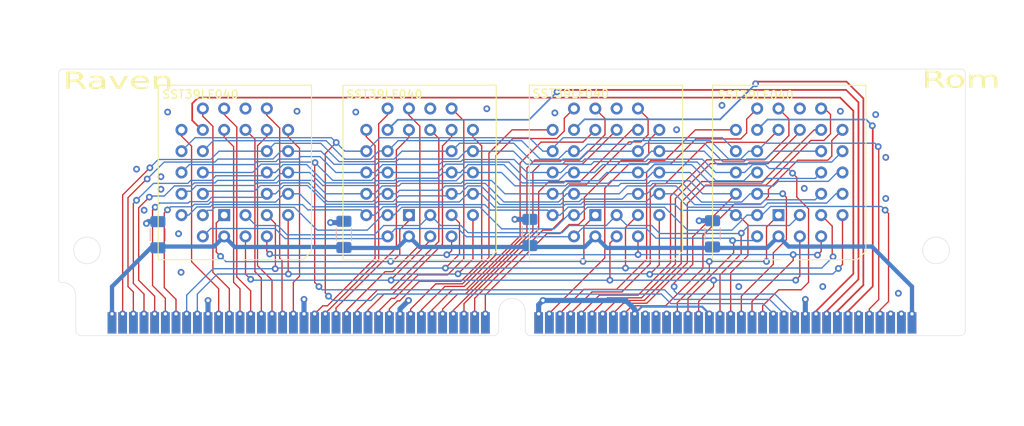
<source format=kicad_pcb>
(kicad_pcb (version 20221018) (generator pcbnew)
  (title_block (title "Raven PLCC ROM") (date "2023") (rev "A0") (company "Licensed under CERN-OHL-P v2") (comment 1 "Anders Granlund"))
  (layers (0 "F.Cu" signal) (1 "In1.Cu" signal) (2 "In2.Cu" signal) (31 "B.Cu" signal) (34 "B.Paste" user) (35 "F.Paste" user) (36 "B.SilkS" user "B.Silkscreen") (37 "F.SilkS" user "F.Silkscreen") (38 "B.Mask" user) (39 "F.Mask" user) (44 "Edge.Cuts" user))
  (net 0 "")
  (net 1 "unconnected-(J1-nc-Pad67)")
  (net 2 "unconnected-(J1-nc-Pad70)")
  (net 3 "unconnected-(J1-nc-Pad71)")
  (net 4 "VCC")
  (net 5 "GND")
  (net 6 "A2")
  (net 7 "A3")
  (net 8 "A4")
  (net 9 "A5")
  (net 10 "A6")
  (net 11 "A7")
  (net 12 "A8")
  (net 13 "A9")
  (net 14 "A10")
  (net 15 "A11")
  (net 16 "A12")
  (net 17 "D31")
  (net 18 "D30")
  (net 19 "D29")
  (net 20 "D28")
  (net 21 "D27")
  (net 22 "D26")
  (net 23 "D25")
  (net 24 "D24")
  (net 25 "D23")
  (net 26 "D22")
  (net 27 "D21")
  (net 28 "D20")
  (net 29 "D19")
  (net 30 "D18")
  (net 31 "D17")
  (net 32 "D16")
  (net 33 "D15")
  (net 34 "D14")
  (net 35 "D13")
  (net 36 "D12")
  (net 37 "D11")
  (net 38 "D10")
  (net 39 "D9")
  (net 40 "D8")
  (net 41 "D7")
  (net 42 "D6")
  (net 43 "D5")
  (net 44 "D4")
  (net 45 "D3")
  (net 46 "D2")
  (net 47 "D1")
  (net 48 "D0")
  (net 49 "unconnected-(J1-A21-Pad47)")
  (net 50 "unconnected-(J1-A20-Pad48)")
  (net 51 "unconnected-(J1-A19-Pad49)")
  (net 52 "A20")
  (net 53 "A19")
  (net 54 "A18")
  (net 55 "A17")
  (net 56 "A16")
  (net 57 "A15")
  (net 58 "A14")
  (net 59 "A13")
  (net 60 "~{BS0}")
  (net 61 "~{BS1}")
  (net 62 "~{BS2}")
  (net 63 "~{BS3}")
  (net 64 "Net-(J1-~{OE})")
  (net 65 "Net-(J1-~{WE})")
  (footprint "68k:SIMM72_edge" (layer "F.Cu") (at 51.0258 102.745)
    (fp_text reference "J1" hide)
    (fp_text value "SIMM72" hide)
    (fp_line (start 0 0) (end 0 6.096) (stroke (width 0.05)) (layer "Edge.Cuts"))
    (fp_line (start 0.254 6.35) (end 0.46 6.354793) (stroke (width 0.05)) (layer "Edge.Cuts"))
    (fp_line (start 2.03 12.065) (end 2.03 7.92) (stroke (width 0.05)) (layer "Edge.Cuts"))
    (fp_line (start 51.7652 12.7) (end 2.665 12.7) (stroke (width 0.05)) (layer "Edge.Cuts"))
    (fp_line (start 52.4002 12.065) (end 52.4002 9.8298) (stroke (width 0.05)) (layer "Edge.Cuts"))
    (fp_line (start 55.5498 12.065) (end 55.5498 9.8298) (stroke (width 0.05)) (layer "Edge.Cuts"))
    (fp_line (start 56.1848 12.7) (end 106.68 12.7) (stroke (width 0.05)) (layer "Edge.Cuts"))
    (fp_line (start 107.315 12.7) (end 106.68 12.7) (stroke (width 0.05)) (layer "Edge.Cuts"))
    (fp_line (start 107.95 0) (end 107.95 11.43) (stroke (width 0.05)) (layer "Edge.Cuts"))
    (fp_line (start 107.95 12.065) (end 107.95 11.43) (stroke (width 0.05)) (layer "Edge.Cuts"))
    (fp_arc (start 0.254 6.35) (mid 0.074395 6.275605) (end 0 6.096) (stroke (width 0.05)) (layer "Edge.Cuts"))
    (fp_arc (start 0.46 6.354793) (mid 1.568464 6.812942) (end 2.03 7.92) (stroke (width 0.05)) (layer "Edge.Cuts"))
    (fp_arc (start 2.665 12.7) (mid 2.215987 12.514013) (end 2.03 12.065) (stroke (width 0.05)) (layer "Edge.Cuts"))
    (fp_arc (start 52.4002 9.8298) (mid 53.975 8.255) (end 55.5498 9.8298) (stroke (width 0.05)) (layer "Edge.Cuts"))
    (fp_arc (start 52.4002 12.065) (mid 52.214213 12.514013) (end 51.7652 12.7) (stroke (width 0.05)) (layer "Edge.Cuts"))
    (fp_arc (start 56.1848 12.7) (mid 55.735787 12.514013) (end 55.5498 12.065) (stroke (width 0.05)) (layer "Edge.Cuts"))
    (fp_arc (start 107.95 12.065) (mid 107.764013 12.514013) (end 107.315 12.7) (stroke (width 0.05)) (layer "Edge.Cuts"))
    (fp_circle (center 3.38 2.54) (end 4.953 2.3114) (stroke (width 0.05)) (fill none) (layer "Edge.Cuts"))
    (fp_circle (center 104.4702 2.54) (end 106.0602 2.54) (stroke (width 0.05)) (fill none) (layer "Edge.Cuts"))
  )
  (footprint "Package_LCC:PLCC-32_THT-Socket" (layer "F.Cu") (at 92.73 101.08 180)
    (fp_text reference "U2" hide)
    (fp_text value "SST39LF040")
  )
  (footprint "Package_LCC:PLCC-32_THT-Socket" (layer "F.Cu") (at 136.73 101.08 180)
    (fp_text reference "U4" hide)
    (fp_text value "SST39LF040")
  )
  (footprint "Package_LCC:PLCC-32_THT-Socket" (layer "F.Cu") (at 70.73 101.08 180)
    (fp_text reference "U1" hide)
    (fp_text value "SST39LF040")
  )
  (footprint "Package_LCC:PLCC-32_THT-Socket" (layer "F.Cu") (at 114.92 101.08 180)
    (fp_text reference "U3" hide)
    (fp_text value "SST39LF040")
  )
  (footprint "Capacitor_SMD:C_1206_3216Metric_Pad1.33x1.80mm_HandSolder" (layer "B.Cu") (at 107.1336 103.1514 90)
    (fp_text reference "C3" hide)
    (fp_text value "0.1uF" hide)
  )
  (footprint "Capacitor_SMD:C_1206_3216Metric_Pad1.33x1.80mm_HandSolder" (layer "B.Cu") (at 84.9848 103.38 90)
    (fp_text reference "C2" hide)
    (fp_text value "0.1uF" hide)
  )
  (footprint "Capacitor_SMD:C_1206_3216Metric_Pad1.33x1.80mm_HandSolder" (layer "B.Cu") (at 128.876 103.3161 90)
    (fp_text reference "C4" hide)
    (fp_text value "0.1uF" hide)
  )
  (footprint "Capacitor_SMD:C_1206_3216Metric_Pad1.33x1.80mm_HandSolder" (layer "B.Cu") (at 62.836 103.4185 90)
    (fp_text reference "C1" hide)
    (fp_text value "0.1uF" hide)
  )
  (gr_arc (start 51.025 84.1776) (mid 51.17379 83.81839) (end 51.533 83.6696) (stroke (width 0.05)) (layer "Edge.Cuts"))
  (gr_arc (start 158.467 83.6696) (mid 158.82621 83.81839) (end 158.975 84.1776) (stroke (width 0.05)) (layer "Edge.Cuts"))
  (gr_line (start 158.975 84.1776) (end 158.9758 102.745) (stroke (width 0.05)) (layer "Edge.Cuts"))
  (gr_line (start 51.025 84.1776) (end 51.0258 102.745) (stroke (width 0.05)) (layer "Edge.Cuts"))
  (gr_line (start 158.467 83.6696) (end 51.533 83.6696) (stroke (width 0.05)) (layer "Edge.Cuts"))
  (gr_text "Rom" (at 153.768 86.235) (layer "F.SilkS") (effects (font (size 2 3)) (justify left bottom)))
  (gr_text "Raven" (at 51.533 86.362) (layer "F.SilkS") (effects (font (size 2 3)) (justify left bottom)))
  (via (at 146.275 112.8542) (size 0.8) (drill 0.4) (layers "F.Cu" "B.Cu") (net 1))
  (via (at 150.085 112.8542) (size 0.8) (drill 0.4) (layers "F.Cu" "B.Cu") (net 2))
  (via (at 151.355 112.8542) (size 0.8) (drill 0.4) (layers "F.Cu" "B.Cu") (net 3))
  (via (at 57.375 112.8542) (size 0.8) (drill 0.4) (layers "F.Cu" "B.Cu") (net 4))
  (via (at 152.625 112.8542) (size 0.8) (drill 0.4) (layers "F.Cu" "B.Cu") (net 4))
  (segment (start 84.9848 104.9933) (end 91.3567 104.9933) (width 0.508) (layer "B.Cu") (net 4))
  (segment (start 116.2866 104.9866) (end 114.92 103.62) (width 0.508) (layer "B.Cu") (net 4))
  (segment (start 93.9886 104.8786) (end 106.9689 104.8786) (width 0.508) (layer "B.Cu") (net 4))
  (segment (start 135.3634 104.9866) (end 116.2866 104.9866) (width 0.508) (layer "B.Cu") (net 4))
  (segment (start 136.73 103.62) (end 137.9378 104.8278) (width 0.508) (layer "B.Cu") (net 4))
  (segment (start 113.6614 104.8786) (end 107.2983 104.8786) (width 0.508) (layer "B.Cu") (net 4))
  (segment (start 136.73 103.62) (end 135.3634 104.9866) (width 0.508) (layer "B.Cu") (net 4))
  (segment (start 147.8498 104.8278) (end 152.625 109.603) (width 0.508) (layer "B.Cu") (net 4))
  (segment (start 91.3567 104.9933) (end 92.73 103.62) (width 0.508) (layer "B.Cu") (net 4))
  (segment (start 57.375 109.603) (end 57.375 112.8542) (width 0.508) (layer "B.Cu") (net 4))
  (segment (start 114.92 103.62) (end 113.6614 104.8786) (width 0.508) (layer "B.Cu") (net 4))
  (segment (start 69.5222 104.8278) (end 62.1502 104.8278) (width 0.508) (layer "B.Cu") (net 4))
  (segment (start 152.625 109.603) (end 152.625 112.8542) (width 0.508) (layer "B.Cu") (net 4))
  (segment (start 70.73 103.62) (end 69.5222 104.8278) (width 0.508) (layer "B.Cu") (net 4))
  (segment (start 92.73 103.62) (end 93.9886 104.8786) (width 0.508) (layer "B.Cu") (net 4))
  (segment (start 71.9886 104.8786) (end 84.8701 104.8786) (width 0.508) (layer "B.Cu") (net 4))
  (segment (start 107.2983 104.8786) (end 107.1336 104.7139) (width 0.508) (layer "B.Cu") (net 4))
  (segment (start 84.8701 104.8786) (end 84.9848 104.9933) (width 0.508) (layer "B.Cu") (net 4))
  (segment (start 106.9689 104.8786) (end 107.1336 104.7139) (width 0.508) (layer "B.Cu") (net 4))
  (segment (start 137.9378 104.8278) (end 147.8498 104.8278) (width 0.508) (layer "B.Cu") (net 4))
  (segment (start 70.73 103.62) (end 71.9886 104.8786) (width 0.508) (layer "B.Cu") (net 4))
  (segment (start 62.1502 104.8278) (end 57.375 109.603) (width 0.508) (layer "B.Cu") (net 4))
  (via (at 61.4745 102.0745) (size 0.8) (drill 0.4) (layers "F.Cu" "B.Cu") (net 5))
  (via (at 127.2766 101.7536) (size 0.8) (drill 0.4) (layers "F.Cu" "B.Cu") (net 5))
  (via (at 128.495 112.8542) (size 0.8) (drill 0.4) (layers "F.Cu" "B.Cu") (net 5))
  (via (at 86.4 88.8) (size 0.8) (drill 0.4) (layers "F.Cu" "B.Cu") (net 5))
  (via (at 68.805 112.8542) (size 0.8) (drill 0.4) (layers "F.Cu" "B.Cu") (net 5))
  (via (at 83.3969 101.9699) (size 0.8) (drill 0.4) (layers "F.Cu" "B.Cu") (net 5))
  (via (at 65.3 103.3) (size 0.8) (drill 0.4) (layers "F.Cu" "B.Cu") (net 5))
  (via (at 63.2 96.5) (size 0.8) (drill 0.4) (layers "F.Cu" "B.Cu") (net 5))
  (via (at 60.3 95.6) (size 0.8) (drill 0.4) (layers "F.Cu" "B.Cu") (net 5))
  (via (at 151 110.4) (size 0.8) (drill 0.4) (layers "F.Cu" "B.Cu") (net 5))
  (via (at 102 88.4) (size 0.8) (drill 0.4) (layers "F.Cu" "B.Cu") (net 5))
  (via (at 149.5 94.2) (size 0.8) (drill 0.4) (layers "F.Cu" "B.Cu") (net 5))
  (via (at 91.665 112.8542) (size 0.8) (drill 0.4) (layers "F.Cu" "B.Cu") (net 5))
  (via (at 80.235 111.127) (size 0.8) (drill 0.4) (layers "F.Cu" "B.Cu") (net 5))
  (via (at 65.6 107.9) (size 0.8) (drill 0.4) (layers "F.Cu" "B.Cu") (net 5))
  (via (at 79.4 88.7) (size 0.8) (drill 0.4) (layers "F.Cu" "B.Cu") (net 5))
  (via (at 63.2 98) (size 0.8) (drill 0.4) (layers "F.Cu" "B.Cu") (net 5))
  (via (at 61.2 100.5) (size 0.8) (drill 0.4) (layers "F.Cu" "B.Cu") (net 5))
  (via (at 108.175 112.8542) (size 0.8) (drill 0.4) (layers "F.Cu" "B.Cu") (net 5))
  (via (at 132 109.6) (size 0.8) (drill 0.4) (layers "F.Cu" "B.Cu") (net 5))
  (via (at 139.8 97.9) (size 0.8) (drill 0.4) (layers "F.Cu" "B.Cu") (net 5))
  (via (at 110.1 88.9) (size 0.8) (drill 0.4) (layers "F.Cu" "B.Cu") (net 5))
  (via (at 108.683 111.254) (size 0.8) (drill 0.4) (layers "F.Cu" "B.Cu") (net 5))
  (via (at 139.925 112.8542) (size 0.8) (drill 0.4) (layers "F.Cu" "B.Cu") (net 5))
  (via (at 149.5 99.1) (size 0.8) (drill 0.4) (layers "F.Cu" "B.Cu") (net 5))
  (via (at 130 88) (size 0.8) (drill 0.4) (layers "F.Cu" "B.Cu") (net 5))
  (via (at 142 109.6) (size 0.8) (drill 0.4) (layers "F.Cu" "B.Cu") (net 5))
  (via (at 124.6 90.9) (size 0.8) (drill 0.4) (layers "F.Cu" "B.Cu") (net 5))
  (via (at 105.3371 101.5889) (size 0.8) (drill 0.4) (layers "F.Cu" "B.Cu") (net 5))
  (via (at 144.1 88.7) (size 0.8) (drill 0.4) (layers "F.Cu" "B.Cu") (net 5))
  (via (at 64 88.8) (size 0.8) (drill 0.4) (layers "F.Cu" "B.Cu") (net 5))
  (via (at 148.3 89.1) (size 0.8) (drill 0.4) (layers "F.Cu" "B.Cu") (net 5))
  (via (at 119.605 112.8542) (size 0.8) (drill 0.4) (layers "F.Cu" "B.Cu") (net 5))
  (via (at 80.235 112.8542) (size 0.8) (drill 0.4) (layers "F.Cu" "B.Cu") (net 5))
  (via (at 68.805 111.254) (size 0.8) (drill 0.4) (layers "F.Cu" "B.Cu") (net 5))
  (via (at 92.681 111.254) (size 0.8) (drill 0.4) (layers "F.Cu" "B.Cu") (net 5))
  (via (at 139.925 111.127) (size 0.8) (drill 0.4) (layers "F.Cu" "B.Cu") (net 5))
  (segment (start 91.665 112.8542) (end 91.665 112.27) (width 0.6096) (layer "B.Cu") (net 5))
  (segment (start 80.235 112.8542) (end 80.235 111.127) (width 0.6096) (layer "B.Cu") (net 5))
  (segment (start 108.175 112.8542) (end 108.175 111.762) (width 0.6096) (layer "B.Cu") (net 5))
  (segment (start 118.554 111.254) (end 119.605 112.305) (width 0.6096) (layer "B.Cu") (net 5))
  (segment (start 91.665 112.27) (end 92.681 111.254) (width 0.6096) (layer "B.Cu") (net 5))
  (segment (start 120.4686 111.9906) (end 119.605 112.8542) (width 0.254) (layer "B.Cu") (net 5))
  (segment (start 61.4745 102.0745) (end 61.693 101.856) (width 0.6096) (layer "B.Cu") (net 5))
  (segment (start 128.876 101.7536) (end 127.2766 101.7536) (width 0.6096) (layer "B.Cu") (net 5))
  (segment (start 128.495 112.8542) (end 127.6314 111.9906) (width 0.254) (layer "B.Cu") (net 5))
  (segment (start 83.3969 101.9699) (end 84.9848 101.9699) (width 0.6096) (layer "B.Cu") (net 5))
  (segment (start 127.6314 111.9906) (end 120.4686 111.9906) (width 0.254) (layer "B.Cu") (net 5))
  (segment (start 105.3371 101.5889) (end 107.1336 101.5889) (width 0.6096) (layer "B.Cu") (net 5))
  (segment (start 139.925 112.8542) (end 139.925 111.127) (width 0.6096) (layer "B.Cu") (net 5))
  (segment (start 68.805 112.8542) (end 68.805 111.254) (width 0.6096) (layer "B.Cu") (net 5))
  (segment (start 119.605 112.305) (end 119.605 112.8542) (width 0.6096) (layer "B.Cu") (net 5))
  (segment (start 108.683 111.254) (end 118.554 111.254) (width 0.6096) (layer "B.Cu") (net 5))
  (segment (start 61.693 101.856) (end 62.836 101.856) (width 0.6096) (layer "B.Cu") (net 5))
  (segment (start 108.175 111.762) (end 108.683 111.254) (width 0.6096) (layer "B.Cu") (net 5))
  (segment (start 61.8835 95.4425) (end 58.645 98.681) (width 0.1524) (layer "F.Cu") (net 6))
  (segment (start 58.645 98.681) (end 58.645 112.8542) (width 0.1524) (layer "F.Cu") (net 6))
  (via (at 61.8835 95.4425) (size 0.8) (drill 0.4) (layers "F.Cu" "B.Cu") (net 6))
  (via (at 58.645 112.8542) (size 0.8) (drill 0.4) (layers "F.Cu" "B.Cu") (net 6))
  (segment (start 88.8456 94.4138) (end 88.5408 94.7186) (width 0.1524) (layer "B.Cu") (net 6))
  (segment (start 113.0658 94.3998) (end 111.0592 94.3998) (width 0.1524) (layer "B.Cu") (net 6))
  (segment (start 107.399 94.7046) (end 105.2032 92.5088) (width 0.1524) (layer "B.Cu") (net 6))
  (segment (start 84.426 94.7186) (end 82.2276 92.5202) (width 0.1524) (layer "B.Cu") (net 6))
  (segment (start 141.81 93.46) (end 136.1544 93.46) (width 0.1524) (layer "B.Cu") (net 6))
  (segment (start 69.1238 94.4506) (end 70.1144 93.46) (width 0.1524) (layer "B.Cu") (net 6))
  (segment (start 136.1544 93.46) (end 135.2146 94.3998) (width 0.1524) (layer "B.Cu") (net 6))
  (segment (start 120.9398 92.5202) (end 120 93.46) (width 0.1524) (layer "B.Cu") (net 6))
  (segment (start 97.81 93.46) (end 91.9076 93.46) (width 0.1524) (layer "B.Cu") (net 6))
  (segment (start 135.2146 94.3998) (end 132.930096 94.3998) (width 0.1524) (layer "B.Cu") (net 6))
  (segment (start 114.0056 93.46) (end 113.0658 94.3998) (width 0.1524) (layer "B.Cu") (net 6))
  (segment (start 76.7498 92.5202) (end 75.81 93.46) (width 0.1524) (layer "B.Cu") (net 6))
  (segment (start 62.8754 94.4506) (end 69.1238 94.4506) (width 0.1524) (layer "B.Cu") (net 6))
  (segment (start 90.9538 94.4138) (end 88.8456 94.4138) (width 0.1524) (layer "B.Cu") (net 6))
  (segment (start 130.1206 94.7186) (end 127.9222 92.5202) (width 0.1524) (layer "B.Cu") (net 6))
  (segment (start 132.930096 94.3998) (end 132.611296 94.7186) (width 0.1524) (layer "B.Cu") (net 6))
  (segment (start 132.611296 94.7186) (end 130.1206 94.7186) (width 0.1524) (layer "B.Cu") (net 6))
  (segment (start 91.9076 93.46) (end 90.9538 94.4138) (width 0.1524) (layer "B.Cu") (net 6))
  (segment (start 70.1144 93.46) (end 75.81 93.46) (width 0.1524) (layer "B.Cu") (net 6))
  (segment (start 82.2276 92.5202) (end 76.7498 92.5202) (width 0.1524) (layer "B.Cu") (net 6))
  (segment (start 61.8835 95.4425) (end 62.8754 94.4506) (width 0.1524) (layer "B.Cu") (net 6))
  (segment (start 110.7544 94.7046) (end 107.399 94.7046) (width 0.1524) (layer "B.Cu") (net 6))
  (segment (start 111.0592 94.3998) (end 110.7544 94.7046) (width 0.1524) (layer "B.Cu") (net 6))
  (segment (start 120 93.46) (end 114.0056 93.46) (width 0.1524) (layer "B.Cu") (net 6))
  (segment (start 88.5408 94.7186) (end 84.426 94.7186) (width 0.1524) (layer "B.Cu") (net 6))
  (segment (start 98.7612 92.5088) (end 97.81 93.46) (width 0.1524) (layer "B.Cu") (net 6))
  (segment (start 105.2032 92.5088) (end 98.7612 92.5088) (width 0.1524) (layer "B.Cu") (net 6))
  (segment (start 127.9222 92.5202) (end 120.9398 92.5202) (width 0.1524) (layer "B.Cu") (net 6))
  (segment (start 59.28 109.603) (end 59.915 110.238) (width 0.1524) (layer "F.Cu") (net 7))
  (segment (start 59.28 98.9985) (end 59.28 109.603) (width 0.1524) (layer "F.Cu") (net 7))
  (segment (start 61.566 96.776) (end 61.5025 96.776) (width 0.1524) (layer "F.Cu") (net 7))
  (segment (start 59.915 110.238) (end 59.915 112.8542) (width 0.1524) (layer "F.Cu") (net 7))
  (segment (start 61.5025 96.776) (end 59.28 98.9985) (width 0.1524) (layer "F.Cu") (net 7))
  (via (at 61.566 96.776) (size 0.8) (drill 0.4) (layers "F.Cu" "B.Cu") (net 7))
  (via (at 59.915 112.8542) (size 0.8) (drill 0.4) (layers "F.Cu" "B.Cu") (net 7))
  (segment (start 83.8164 95.0234) (end 88.8456 95.0234) (width 0.1524) (layer "B.Cu") (net 7))
  (segment (start 127.8714 93.46) (end 129.4716 95.0602) (width 0.1524) (layer "B.Cu") (net 7))
  (segment (start 111.3132 94.7046) (end 113.3706 94.7046) (width 0.1524) (layer "B.Cu") (net 7))
  (segment (start 133.2588 94.7554) (end 143.0546 94.7554) (width 0.1524) (layer "B.Cu") (net 7))
  (segment (start 132.954 95.0602) (end 133.2588 94.7554) (width 0.1524) (layer "B.Cu") (net 7))
  (segment (start 143.0546 94.7554) (end 144.35 93.46) (width 0.1524) (layer "B.Cu") (net 7))
  (segment (start 77.4804 93.46) (end 78.35 93.46) (width 0.1524) (layer "B.Cu") (net 7))
  (segment (start 105.1638 93.46) (end 106.7132 95.0094) (width 0.1524) (layer "B.Cu") (net 7))
  (segment (start 121.6002 93.46) (end 122.54 93.46) (width 0.1524) (layer "B.Cu") (net 7))
  (segment (start 76.5406 94.3998) (end 77.4804 93.46) (width 0.1524) (layer "B.Cu") (net 7))
  (segment (start 69.9874 94.3998) (end 76.5406 94.3998) (width 0.1524) (layer "B.Cu") (net 7))
  (segment (start 99.5022 93.46) (end 100.35 93.46) (width 0.1524) (layer "B.Cu") (net 7))
  (segment (start 113.6754 94.3998) (end 120.6604 94.3998) (width 0.1524) (layer "B.Cu") (net 7))
  (segment (start 100.35 93.46) (end 105.1638 93.46) (width 0.1524) (layer "B.Cu") (net 7))
  (segment (start 89.1504 94.7186) (end 91.183148 94.7186) (width 0.1524) (layer "B.Cu") (net 7))
  (segment (start 122.54 93.46) (end 127.8714 93.46) (width 0.1524) (layer "B.Cu") (net 7))
  (segment (start 98.5624 94.3998) (end 99.5022 93.46) (width 0.1524) (layer "B.Cu") (net 7))
  (segment (start 111.0084 95.0094) (end 111.3132 94.7046) (width 0.1524) (layer "B.Cu") (net 7))
  (segment (start 120.6604 94.3998) (end 121.6002 93.46) (width 0.1524) (layer "B.Cu") (net 7))
  (segment (start 113.3706 94.7046) (end 113.6754 94.3998) (width 0.1524) (layer "B.Cu") (net 7))
  (segment (start 61.566 96.776) (end 63.5866 94.7554) (width 0.1524) (layer "B.Cu") (net 7))
  (segment (start 82.253 93.46) (end 83.8164 95.0234) (width 0.1524) (layer "B.Cu") (net 7))
  (segment (start 78.35 93.46) (end 82.253 93.46) (width 0.1524) (layer "B.Cu") (net 7))
  (segment (start 106.7132 95.0094) (end 111.0084 95.0094) (width 0.1524) (layer "B.Cu") (net 7))
  (segment (start 63.5866 94.7554) (end 69.6318 94.7554) (width 0.1524) (layer "B.Cu") (net 7))
  (segment (start 69.6318 94.7554) (end 69.9874 94.3998) (width 0.1524) (layer "B.Cu") (net 7))
  (segment (start 88.8456 95.0234) (end 89.1504 94.7186) (width 0.1524) (layer "B.Cu") (net 7))
  (segment (start 91.501948 94.3998) (end 98.5624 94.3998) (width 0.1524) (layer "B.Cu") (net 7))
  (segment (start 129.4716 95.0602) (end 132.954 95.0602) (width 0.1524) (layer "B.Cu") (net 7))
  (segment (start 91.183148 94.7186) (end 91.501948 94.3998) (width 0.1524) (layer "B.Cu") (net 7))
  (segment (start 59.915 109.222) (end 61.185 110.492) (width 0.1524) (layer "F.Cu") (net 8))
  (segment (start 61.185 110.492) (end 61.185 112.8542) (width 0.1524) (layer "F.Cu") (net 8))
  (segment (start 59.915 99.697) (end 59.915 109.222) (width 0.1524) (layer "F.Cu") (net 8))
  (segment (start 60.296 99.316) (end 59.915 99.697) (width 0.1524) (layer "F.Cu") (net 8))
  (via (at 61.185 112.8542) (size 0.8) (drill 0.4) (layers "F.Cu" "B.Cu") (net 8))
  (via (at 60.296 99.316) (size 0.8) (drill 0.4) (layers "F.Cu" "B.Cu") (net 8))
  (segment (start 121.005788 96) (end 120 96) (width 0.1524) (layer "B.Cu") (net 8))
  (segment (start 99.7816 95.0602) (end 98.8418 96) (width 0.1524) (layer "B.Cu") (net 8))
  (segment (start 80.5512 95.0602) (end 82.7356 97.2446) (width 0.1524) (layer "B.Cu") (net 8))
  (segment (start 128.608 97.2954) (end 126.3728 95.0602) (width 0.1524) (layer "B.Cu") (net 8))
  (segment (start 77.755588 95.0602) (end 80.5512 95.0602) (width 0.1524) (layer "B.Cu") (net 8))
  (segment (start 135.3162 96.7112) (end 134.732 97.2954) (width 0.1524) (layer "B.Cu") (net 8))
  (segment (start 115.3124 96.9792) (end 111.4008 96.9792) (width 0.1524) (layer "B.Cu") (net 8))
  (segment (start 111.1354 97.2446) (end 106.2052 97.2446) (width 0.1524) (layer "B.Cu") (net 8))
  (segment (start 96.804212 96) (end 97.81 96) (width 0.1524) (layer "B.Cu") (net 8))
  (segment (start 88.8456 96.9792) (end 90.9792 96.9792) (width 0.1524) (layer "B.Cu") (net 8))
  (segment (start 121.945588 95.0602) (end 121.005788 96) (width 0.1524) (layer "B.Cu") (net 8))
  (segment (start 111.4008 96.9792) (end 111.1354 97.2446) (width 0.1524) (layer "B.Cu") (net 8))
  (segment (start 91.2726 96.6858) (end 96.118412 96.6858) (width 0.1524) (layer "B.Cu") (net 8))
  (segment (start 97.81 95.9904) (end 97.81 96) (width 0.1524) (layer "B.Cu") (net 8))
  (segment (start 88.5802 97.2446) (end 88.8456 96.9792) (width 0.1524) (layer "B.Cu") (net 8))
  (segment (start 62.3166 97.2954) (end 66.406 97.2954) (width 0.1524) (layer "B.Cu") (net 8))
  (segment (start 126.3728 95.0602) (end 121.945588 95.0602) (width 0.1524) (layer "B.Cu") (net 8))
  (segment (start 69.750522 96.389278) (end 75.420722 96.389278) (width 0.1524) (layer "B.Cu") (net 8))
  (segment (start 60.296 99.316) (end 62.3166 97.2954) (width 0.1524) (layer "B.Cu") (net 8))
  (segment (start 76.815788 96) (end 77.755588 95.0602) (width 0.1524) (layer "B.Cu") (net 8))
  (segment (start 104.0208 95.0602) (end 99.7816 95.0602) (width 0.1524) (layer "B.Cu") (net 8))
  (segment (start 75.420722 96.389278) (end 75.81 96) (width 0.1524) (layer "B.Cu") (net 8))
  (segment (start 141.0988 96.7112) (end 135.3162 96.7112) (width 0.1524) (layer "B.Cu") (net 8))
  (segment (start 66.7616 96.9398) (end 69.2 96.9398) (width 0.1524) (layer "B.Cu") (net 8))
  (segment (start 116.2916 96) (end 115.3124 96.9792) (width 0.1524) (layer "B.Cu") (net 8))
  (segment (start 75.81 96) (end 76.815788 96) (width 0.1524) (layer "B.Cu") (net 8))
  (segment (start 141.81 96) (end 141.0988 96.7112) (width 0.1524) (layer "B.Cu") (net 8))
  (segment (start 134.732 97.2954) (end 128.608 97.2954) (width 0.1524) (layer "B.Cu") (net 8))
  (segment (start 98.8418 96) (end 97.81 96) (width 0.1524) (layer "B.Cu") (net 8))
  (segment (start 106.2052 97.2446) (end 104.0208 95.0602) (width 0.1524) (layer "B.Cu") (net 8))
  (segment (start 90.9792 96.9792) (end 91.2726 96.6858) (width 0.1524) (layer "B.Cu") (net 8))
  (segment (start 82.7356 97.2446) (end 88.5802 97.2446) (width 0.1524) (layer "B.Cu") (net 8))
  (segment (start 120 96) (end 116.2916 96) (width 0.1524) (layer "B.Cu") (net 8))
  (segment (start 96.118412 96.6858) (end 96.804212 96) (width 0.1524) (layer "B.Cu") (net 8))
  (segment (start 66.406 97.2954) (end 66.7616 96.9398) (width 0.1524) (layer "B.Cu") (net 8))
  (segment (start 69.2 96.9398) (end 69.750522 96.389278) (width 0.1524) (layer "B.Cu") (net 8))
  (segment (start 60.55 108.841) (end 62.455 110.746) (width 0.1524) (layer "F.Cu") (net 9))
  (segment (start 60.55 100.205) (end 60.55 108.841) (width 0.1524) (layer "F.Cu") (net 9))
  (segment (start 61.82 98.935) (end 60.55 100.205) (width 0.1524) (layer "F.Cu") (net 9))
  (segment (start 62.455 110.746) (end 62.455 112.8542) (width 0.1524) (layer "F.Cu") (net 9))
  (via (at 61.82 98.935) (size 0.8) (drill 0.4) (layers "F.Cu" "B.Cu") (net 9))
  (via (at 62.455 112.8542) (size 0.8) (drill 0.4) (layers "F.Cu" "B.Cu") (net 9))
  (segment (start 89.1644 97.2954) (end 91.2218 97.2954) (width 0.1524) (layer "B.Cu") (net 9))
  (segment (start 98.353612 96.9906) (end 99.344212 96) (width 0.1524) (layer "B.Cu") (net 9))
  (segment (start 91.2218 97.2954) (end 91.5266 96.9906) (width 0.1524) (layer "B.Cu") (net 9))
  (segment (start 116.4808 97.284) (end 116.811 96.9538) (width 0.1524) (layer "B.Cu") (net 9))
  (segment (start 143.7236 96) (end 144.35 96) (width 0.1524) (layer "B.Cu") (net 9))
  (segment (start 100.35 96) (end 103.7414 96) (width 0.1524) (layer "B.Cu") (net 9))
  (segment (start 82.4562 97.5494) (end 88.9104 97.5494) (width 0.1524) (layer "B.Cu") (net 9))
  (segment (start 80.9068 96) (end 82.4562 97.5494) (width 0.1524) (layer "B.Cu") (net 9))
  (segment (start 116.811 96.9538) (end 120.7988 96.9538) (width 0.1524) (layer "B.Cu") (net 9))
  (segment (start 111.680948 97.284) (end 116.4808 97.284) (width 0.1524) (layer "B.Cu") (net 9))
  (segment (start 120.7988 96.9538) (end 121.7526 96) (width 0.1524) (layer "B.Cu") (net 9))
  (segment (start 64.8058 97.6002) (end 66.8124 97.6002) (width 0.1524) (layer "B.Cu") (net 9))
  (segment (start 91.5266 96.9906) (end 98.353612 96.9906) (width 0.1524) (layer "B.Cu") (net 9))
  (segment (start 103.7414 96) (end 105.3302 97.5888) (width 0.1524) (layer "B.Cu") (net 9))
  (segment (start 61.82 98.935) (end 61.947 98.808) (width 0.1524) (layer "B.Cu") (net 9))
  (segment (start 66.8124 97.6002) (end 67.168 97.2446) (width 0.1524) (layer "B.Cu") (net 9))
  (segment (start 69.6318 97.2446) (end 69.9366 96.9398) (width 0.1524) (layer "B.Cu") (net 9))
  (segment (start 136.6738 97.0554) (end 142.6682 97.0554) (width 0.1524) (layer "B.Cu") (net 9))
  (segment (start 99.344212 96) (end 100.35 96) (width 0.1524) (layer "B.Cu") (net 9))
  (segment (start 63.598 98.808) (end 64.8058 97.6002) (width 0.1524) (layer "B.Cu") (net 9))
  (segment (start 69.9366 96.9398) (end 76.6168 96.9398) (width 0.1524) (layer "B.Cu") (net 9))
  (segment (start 78.209 96.141) (end 78.35 96) (width 0.1524) (layer "B.Cu") (net 9))
  (segment (start 126.195 96) (end 127.7952 97.6002) (width 0.1524) (layer "B.Cu") (net 9))
  (segment (start 78.35 96) (end 80.9068 96) (width 0.1524) (layer "B.Cu") (net 9))
  (segment (start 121.7526 96) (end 122.54 96) (width 0.1524) (layer "B.Cu") (net 9))
  (segment (start 61.947 98.808) (end 63.598 98.808) (width 0.1524) (layer "B.Cu") (net 9))
  (segment (start 127.7952 97.6002) (end 136.129 97.6002) (width 0.1524) (layer "B.Cu") (net 9))
  (segment (start 111.376148 97.5888) (end 111.680948 97.284) (width 0.1524) (layer "B.Cu") (net 9))
  (segment (start 122.54 96) (end 126.195 96) (width 0.1524) (layer "B.Cu") (net 9))
  (segment (start 88.9104 97.5494) (end 89.1644 97.2954) (width 0.1524) (layer "B.Cu") (net 9))
  (segment (start 105.3302 97.5888) (end 111.376148 97.5888) (width 0.1524) (layer "B.Cu") (net 9))
  (segment (start 136.129 97.6002) (end 136.6738 97.0554) (width 0.1524) (layer "B.Cu") (net 9))
  (segment (start 67.168 97.2446) (end 69.6318 97.2446) (width 0.1524) (layer "B.Cu") (net 9))
  (segment (start 76.6168 96.9398) (end 77.4156 96.141) (width 0.1524) (layer "B.Cu") (net 9))
  (segment (start 142.6682 97.0554) (end 143.7236 96) (width 0.1524) (layer "B.Cu") (net 9))
  (segment (start 77.4156 96.141) (end 78.209 96.141) (width 0.1524) (layer "B.Cu") (net 9))
  (segment (start 62.201 109.476) (end 63.725 111) (width 0.1524) (layer "F.Cu") (net 10))
  (segment (start 62.518512 100.141512) (end 62.201 100.459025) (width 0.1524) (layer "F.Cu") (net 10))
  (segment (start 62.201 100.459025) (end 62.201 109.476) (width 0.1524) (layer "F.Cu") (net 10))
  (segment (start 63.725 111) (end 63.725 112.8542) (width 0.1524) (layer "F.Cu") (net 10))
  (via (at 63.725 112.8542) (size 0.8) (drill 0.4) (layers "F.Cu" "B.Cu") (net 10))
  (via (at 62.518512 100.141512) (size 0.8) (drill 0.4) (layers "F.Cu" "B.Cu") (net 10))
  (segment (start 97.5674 98.7826) (end 97.81 98.54) (width 0.1524) (layer "B.Cu") (net 10))
  (segment (start 68.7174 99.4798) (end 69.2368 98.9604) (width 0.1524) (layer "B.Cu") (net 10))
  (segment (start 75.81 98.54) (end 76.8454 98.54) (width 0.1524) (layer "B.Cu") (net 10))
  (segment (start 76.8454 98.54) (end 77.836 97.5494) (width 0.1524) (layer "B.Cu") (net 10))
  (segment (start 82.888748 99.7846) (end 88.6564 99.7846) (width 0.1524) (layer "B.Cu") (net 10))
  (segment (start 88.9612 99.4798) (end 90.8408 99.4798) (width 0.1524) (layer "B.Cu") (net 10))
  (segment (start 66.6206 99.4798) (end 68.7174 99.4798) (width 0.1524) (layer "B.Cu") (net 10))
  (segment (start 122.0066 97.6002) (end 121.0668 98.54) (width 0.1524) (layer "B.Cu") (net 10))
  (segment (start 80.653548 97.5494) (end 82.888748 99.7846) (width 0.1524) (layer "B.Cu") (net 10))
  (segment (start 112.9896 99.4798) (end 111.1354 99.4798) (width 0.1524) (layer "B.Cu") (net 10))
  (segment (start 63.013824 99.6462) (end 66.4542 99.6462) (width 0.1524) (layer "B.Cu") (net 10))
  (segment (start 103.552948 99.824) (end 101.329148 97.6002) (width 0.1524) (layer "B.Cu") (net 10))
  (segment (start 135.1348 99.2548) (end 134.5542 99.8354) (width 0.1524) (layer "B.Cu") (net 10))
  (segment (start 90.8408 99.4798) (end 91.538 98.7826) (width 0.1524) (layer "B.Cu") (net 10))
  (segment (start 111.1354 99.4798) (end 110.7912 99.824) (width 0.1524) (layer "B.Cu") (net 10))
  (segment (start 121.0668 98.54) (end 120 98.54) (width 0.1524) (layer "B.Cu") (net 10))
  (segment (start 118.7554 98.54) (end 118.1204 99.175) (width 0.1524) (layer "B.Cu") (net 10))
  (segment (start 91.538 98.7826) (end 97.5674 98.7826) (width 0.1524) (layer "B.Cu") (net 10))
  (segment (start 69.2368 98.9604) (end 75.3896 98.9604) (width 0.1524) (layer "B.Cu") (net 10))
  (segment (start 101.329148 97.6002) (end 99.755588 97.6002) (width 0.1524) (layer "B.Cu") (net 10))
  (segment (start 66.4542 99.6462) (end 66.6206 99.4798) (width 0.1524) (layer "B.Cu") (net 10))
  (segment (start 120 98.54) (end 118.7554 98.54) (width 0.1524) (layer "B.Cu") (net 10))
  (segment (start 141.0952 99.2548) (end 135.1348 99.2548) (width 0.1524) (layer "B.Cu") (net 10))
  (segment (start 99.755588 97.6002) (end 98.815788 98.54) (width 0.1524) (layer "B.Cu") (net 10))
  (segment (start 98.815788 98.54) (end 97.81 98.54) (width 0.1524) (layer "B.Cu") (net 10))
  (segment (start 113.2944 99.175) (end 112.9896 99.4798) (width 0.1524) (layer "B.Cu") (net 10))
  (segment (start 118.1204 99.175) (end 113.2944 99.175) (width 0.1524) (layer "B.Cu") (net 10))
  (segment (start 75.3896 98.9604) (end 75.81 98.54) (width 0.1524) (layer "B.Cu") (net 10))
  (segment (start 62.518512 100.141512) (end 63.013824 99.6462) (width 0.1524) (layer "B.Cu") (net 10))
  (segment (start 77.836 97.5494) (end 80.653548 97.5494) (width 0.1524) (layer "B.Cu") (net 10))
  (segment (start 126.7538 99.8354) (end 124.5186 97.6002) (width 0.1524) (layer "B.Cu") (net 10))
  (segment (start 141.81 98.54) (end 141.0952 99.2548) (width 0.1524) (layer "B.Cu") (net 10))
  (segment (start 124.5186 97.6002) (end 122.0066 97.6002) (width 0.1524) (layer "B.Cu") (net 10))
  (segment (start 134.5542 99.8354) (end 126.7538 99.8354) (width 0.1524) (layer "B.Cu") (net 10))
  (segment (start 88.6564 99.7846) (end 88.9612 99.4798) (width 0.1524) (layer "B.Cu") (net 10))
  (segment (start 110.7912 99.824) (end 103.552948 99.824) (width 0.1524) (layer "B.Cu") (net 10))
  (segment (start 63.598 109.73) (end 64.995 111.127) (width 0.1524) (layer "F.Cu") (net 11))
  (segment (start 63.979 100.459) (end 63.598 100.84) (width 0.1524) (layer "F.Cu") (net 11))
  (segment (start 64.995 111.127) (end 64.995 112.8542) (width 0.1524) (layer "F.Cu") (net 11))
  (segment (start 63.598 100.84) (end 63.598 109.73) (width 0.1524) (layer "F.Cu") (net 11))
  (via (at 63.979 100.459) (size 0.8) (drill 0.4) (layers "F.Cu" "B.Cu") (net 11))
  (via (at 64.995 112.8542) (size 0.8) (drill 0.4) (layers "F.Cu" "B.Cu") (net 11))
  (segment (start 111.0198 100.1288) (end 111.364 99.7846) (width 0.1524) (layer "B.Cu") (net 11))
  (segment (start 134.9606 100.1402) (end 135.4546 99.6462) (width 0.1524) (layer "B.Cu") (net 11))
  (segment (start 91.3602 99.5192) (end 98.7262 99.5192) (width 0.1524) (layer "B.Cu") (net 11))
  (segment (start 76.8454 99.5306) (end 77.836 98.54) (width 0.1524) (layer "B.Cu") (net 11))
  (segment (start 77.836 98.54) (end 78.35 98.54) (width 0.1524) (layer "B.Cu") (net 11))
  (segment (start 66.8886 100.0894) (end 67.1934 99.7846) (width 0.1524) (layer "B.Cu") (net 11))
  (segment (start 68.8698 99.7846) (end 69.1238 99.5306) (width 0.1524) (layer "B.Cu") (net 11))
  (segment (start 135.4546 99.6462) (end 142.465 99.6462) (width 0.1524) (layer "B.Cu") (net 11))
  (segment (start 79.713 98.54) (end 81.2624 100.0894) (width 0.1524) (layer "B.Cu") (net 11))
  (segment (start 64.3486 100.0894) (end 66.8886 100.0894) (width 0.1524) (layer "B.Cu") (net 11))
  (segment (start 89.2914 99.7846) (end 91.0948 99.7846) (width 0.1524) (layer "B.Cu") (net 11))
  (segment (start 91.0948 99.7846) (end 91.3602 99.5192) (width 0.1524) (layer "B.Cu") (net 11))
  (segment (start 142.465 99.6462) (end 143.5712 98.54) (width 0.1524) (layer "B.Cu") (net 11))
  (segment (start 88.9866 100.0894) (end 89.2914 99.7846) (width 0.1524) (layer "B.Cu") (net 11))
  (segment (start 67.1934 99.7846) (end 68.8698 99.7846) (width 0.1524) (layer "B.Cu") (net 11))
  (segment (start 69.1238 99.5306) (end 76.8454 99.5306) (width 0.1524) (layer "B.Cu") (net 11))
  (segment (start 111.364 99.7846) (end 113.1928 99.7846) (width 0.1524) (layer "B.Cu") (net 11))
  (segment (start 120.9906 99.4798) (end 121.9304 98.54) (width 0.1524) (layer "B.Cu") (net 11))
  (segment (start 81.2624 100.0894) (end 88.9866 100.0894) (width 0.1524) (layer "B.Cu") (net 11))
  (segment (start 124.3662 98.54) (end 125.9664 100.1402) (width 0.1524) (layer "B.Cu") (net 11))
  (segment (start 78.35 98.54) (end 79.713 98.54) (width 0.1524) (layer "B.Cu") (net 11))
  (segment (start 125.9664 100.1402) (end 134.9606 100.1402) (width 0.1524) (layer "B.Cu") (net 11))
  (segment (start 98.7262 99.5192) (end 99.7054 98.54) (width 0.1524) (layer "B.Cu") (net 11))
  (segment (start 143.5712 98.54) (end 144.35 98.54) (width 0.1524) (layer "B.Cu") (net 11))
  (segment (start 121.9304 98.54) (end 122.54 98.54) (width 0.1524) (layer "B.Cu") (net 11))
  (segment (start 102.9172 100.1288) (end 111.0198 100.1288) (width 0.1524) (layer "B.Cu") (net 11))
  (segment (start 99.7054 98.54) (end 100.35 98.54) (width 0.1524) (layer "B.Cu") (net 11))
  (segment (start 100.35 98.54) (end 101.3284 98.54) (width 0.1524) (layer "B.Cu") (net 11))
  (segment (start 101.3284 98.54) (end 102.9172 100.1288) (width 0.1524) (layer "B.Cu") (net 11))
  (segment (start 113.1928 99.7846) (end 113.4976 99.4798) (width 0.1524) (layer "B.Cu") (net 11))
  (segment (start 63.979 100.459) (end 64.3486 100.0894) (width 0.1524) (layer "B.Cu") (net 11))
  (segment (start 113.4976 99.4798) (end 120.9906 99.4798) (width 0.1524) (layer "B.Cu") (net 11))
  (segment (start 122.54 98.54) (end 124.3662 98.54) (width 0.1524) (layer "B.Cu") (net 11))
  (segment (start 118.5128 102.5672) (end 120 101.08) (width 0.1524) (layer "F.Cu") (net 12))
  (segment (start 97.0752 107.3932) (end 98.7498 105.7186) (width 0.1524) (layer "F.Cu") (net 12))
  (segment (start 76.806 107.4763) (end 76.8314 107.4509) (width 0.1524) (layer "F.Cu") (net 12))
  (segment (start 76.8314 102.1014) (end 75.81 101.08) (width 0.1524) (layer "F.Cu") (net 12))
  (segment (start 143.1254 105.9454) (end 143.1254 102.3954) (width 0.1524) (layer "F.Cu") (net 12))
  (segment (start 76.8314 107.4509) (end 76.8314 102.1014) (width 0.1524) (layer "F.Cu") (net 12))
  (segment (start 143.227 106.047) (end 143.1254 105.9454) (width 0.1524) (layer "F.Cu") (net 12))
  (segment (start 98.7498 105.7186) (end 98.7498 102.0198) (width 0.1524) (layer "F.Cu") (net 12))
  (segment (start 143.1254 102.3954) (end 141.81 101.08) (width 0.1524) (layer "F.Cu") (net 12))
  (segment (start 98.7498 102.0198) (end 97.81 101.08) (width 0.1524) (layer "F.Cu") (net 12))
  (segment (start 118.5128 107.3932) (end 118.5128 102.5672) (width 0.1524) (layer "F.Cu") (net 12))
  (via (at 97.0752 107.3932) (size 0.8) (drill 0.4) (layers "F.Cu" "B.Cu") (net 12))
  (via (at 118.5128 107.3932) (size 0.8) (drill 0.4) (layers "F.Cu" "B.Cu") (net 12))
  (via (at 76.806 107.4763) (size 0.8) (drill 0.4) (layers "F.Cu" "B.Cu") (net 12))
  (via (at 66.265 112.8542) (size 0.8) (drill 0.4) (layers "F.Cu" "B.Cu") (net 12))
  (via (at 143.227 106.047) (size 0.8) (drill 0.4) (layers "F.Cu" "B.Cu") (net 12))
  (segment (start 76.806 107.4763) (end 76.8891 107.3932) (width 0.1524) (layer "B.Cu") (net 12))
  (segment (start 66.265 110.619) (end 66.265 112.8542) (width 0.1524) (layer "B.Cu") (net 12))
  (segment (start 76.8891 107.3932) (end 97.0752 107.3932) (width 0.1524) (layer "B.Cu") (net 12))
  (segment (start 97.0752 107.3932) (end 118.5128 107.3932) (width 0.1524) (layer "B.Cu") (net 12))
  (segment (start 143.227 106.047) (end 141.8808 107.3932) (width 0.1524) (layer "B.Cu") (net 12))
  (segment (start 76.7991 107.4694) (end 69.4146 107.4694) (width 0.1524) (layer "B.Cu") (net 12))
  (segment (start 69.4146 107.4694) (end 66.265 110.619) (width 0.1524) (layer "B.Cu") (net 12))
  (segment (start 76.806 107.4763) (end 76.7991 107.4694) (width 0.1524) (layer "B.Cu") (net 12))
  (segment (start 141.8808 107.3932) (end 118.5128 107.3932) (width 0.1524) (layer "B.Cu") (net 12))
  (segment (start 121.395334 108.142134) (end 122.54 106.997468) (width 0.1524) (layer "F.Cu") (net 13))
  (segment (start 100.35 106.3028) (end 98.5738 108.079) (width 0.1524) (layer "F.Cu") (net 13))
  (segment (start 78.35 108.0736) (end 78.35 101.08) (width 0.1524) (layer "F.Cu") (net 13))
  (segment (start 144.35 106.956) (end 144.35 101.08) (width 0.1524) (layer "F.Cu") (net 13))
  (segment (start 122.54 106.997468) (end 122.54 101.08) (width 0.1524) (layer "F.Cu") (net 13))
  (segment (start 100.35 101.08) (end 100.35 106.3028) (width 0.1524) (layer "F.Cu") (net 13))
  (segment (start 143.862 107.444) (end 144.35 106.956) (width 0.1524) (layer "F.Cu") (net 13))
  (segment (start 78.3808 108.1044) (end 78.35 108.0736) (width 0.1524) (layer "F.Cu") (net 13))
  (via (at 67.535 112.8542) (size 0.8) (drill 0.4) (layers "F.Cu" "B.Cu") (net 13))
  (via (at 143.862 107.444) (size 0.8) (drill 0.4) (layers "F.Cu" "B.Cu") (net 13))
  (via (at 98.5738 108.079) (size 0.8) (drill 0.4) (layers "F.Cu" "B.Cu") (net 13))
  (via (at 121.395334 108.142134) (size 0.8) (drill 0.4) (layers "F.Cu" "B.Cu") (net 13))
  (via (at 78.3808 108.1044) (size 0.8) (drill 0.4) (layers "F.Cu" "B.Cu") (net 13))
  (segment (start 78.3808 108.1044) (end 98.5484 108.1044) (width 0.1524) (layer "B.Cu") (net 13))
  (segment (start 121.3322 108.079) (end 98.5738 108.079) (width 0.1524) (layer "B.Cu") (net 13))
  (segment (start 98.5484 108.1044) (end 98.5738 108.079) (width 0.1524) (layer "B.Cu") (net 13))
  (segment (start 143.862 107.444) (end 143.2016 108.1044) (width 0.1524) (layer "B.Cu") (net 13))
  (segment (start 121.395334 108.142134) (end 121.3322 108.079) (width 0.1524) (layer "B.Cu") (net 13))
  (segment (start 69.9226 108.1044) (end 67.535 110.492) (width 0.1524) (layer "B.Cu") (net 13))
  (segment (start 67.535 110.492) (end 67.535 112.8542) (width 0.1524) (layer "B.Cu") (net 13))
  (segment (start 143.2016 108.1044) (end 121.433068 108.1044) (width 0.1524) (layer "B.Cu") (net 13))
  (segment (start 121.433068 108.1044) (end 121.395334 108.142134) (width 0.1524) (layer "B.Cu") (net 13))
  (segment (start 78.3808 108.1044) (end 69.9226 108.1044) (width 0.1524) (layer "B.Cu") (net 13))
  (segment (start 124.304 109.603) (end 124.304 109.1585) (width 0.1524) (layer "F.Cu") (net 14))
  (segment (start 124.304 109.1585) (end 126.5202 106.9423) (width 0.1524) (layer "F.Cu") (net 14))
  (segment (start 126.5202 103.6698) (end 131.65 98.54) (width 0.1524) (layer "F.Cu") (net 14))
  (segment (start 126.5202 106.9423) (end 126.5202 103.6698) (width 0.1524) (layer "F.Cu") (net 14))
  (via (at 138.655 112.8542) (size 0.8) (drill 0.4) (layers "F.Cu" "B.Cu") (net 14))
  (via (at 124.304 109.603) (size 0.8) (drill 0.4) (layers "F.Cu" "B.Cu") (net 14))
  (segment (start 124.304 110.111) (end 124.304 109.603) (width 0.1524) (layer "B.Cu") (net 14))
  (segment (start 66.7362 98.2352) (end 67.422 97.5494) (width 0.1524) (layer "B.Cu") (net 14))
  (segment (start 127.6936 98.54) (end 131.65 98.54) (width 0.1524) (layer "B.Cu") (net 14))
  (segment (start 124.685 110.492) (end 124.304 110.111) (width 0.1524) (layer "B.Cu") (net 14))
  (segment (start 99.2736 96.9398) (end 98.918 97.2954) (width 0.1524) (layer "B.Cu") (net 14))
  (segment (start 91.5266 97.6002) (end 89.5454 97.6002) (width 0.1524) (layer "B.Cu") (net 14))
  (segment (start 88.6056 98.54) (end 87.65 98.54) (width 0.1524) (layer "B.Cu") (net 14))
  (segment (start 126.1442 96.9906) (end 127.6936 98.54) (width 0.1524) (layer "B.Cu") (net 14))
  (segment (start 89.5454 97.6002) (end 88.6056 98.54) (width 0.1524) (layer "B.Cu") (net 14))
  (segment (start 98.918 97.2954) (end 91.8314 97.2954) (width 0.1524) (layer "B.Cu") (net 14))
  (segment (start 117.9794 97.2954) (end 121.1938 97.2954) (width 0.1524) (layer "B.Cu") (net 14))
  (segment (start 136.2928 110.492) (end 124.685 110.492) (width 0.1524) (layer "B.Cu") (net 14))
  (segment (start 121.1938 97.2954) (end 121.4986 96.9906) (width 0.1524) (layer "B.Cu") (net 14))
  (segment (start 110.8814 98.54) (end 111.8212 97.6002) (width 0.1524) (layer "B.Cu") (net 14))
  (segment (start 102.5476 96.9398) (end 99.2736 96.9398) (width 0.1524) (layer "B.Cu") (net 14))
  (segment (start 138.655 112.8542) (end 136.2928 110.492) (width 0.1524) (layer "B.Cu") (net 14))
  (segment (start 91.8314 97.2954) (end 91.5266 97.6002) (width 0.1524) (layer "B.Cu") (net 14))
  (segment (start 81.2396 96.9398) (end 82.8398 98.54) (width 0.1524) (layer "B.Cu") (net 14))
  (segment (start 109.84 98.54) (end 110.8814 98.54) (width 0.1524) (layer "B.Cu") (net 14))
  (segment (start 74.3054 97.5494) (end 74.6102 97.2446) (width 0.1524) (layer "B.Cu") (net 14))
  (segment (start 109.84 98.54) (end 104.1478 98.54) (width 0.1524) (layer "B.Cu") (net 14))
  (segment (start 82.8398 98.54) (end 87.65 98.54) (width 0.1524) (layer "B.Cu") (net 14))
  (segment (start 76.9724 97.2446) (end 77.2772 96.9398) (width 0.1524) (layer "B.Cu") (net 14))
  (segment (start 104.1478 98.54) (end 102.5476 96.9398) (width 0.1524) (layer "B.Cu") (net 14))
  (segment (start 65.65 98.54) (end 65.9548 98.2352) (width 0.1524) (layer "B.Cu") (net 14))
  (segment (start 111.8212 97.6002) (end 117.6746 97.6002) (width 0.1524) (layer "B.Cu") (net 14))
  (segment (start 117.6746 97.6002) (end 117.9794 97.2954) (width 0.1524) (layer "B.Cu") (net 14))
  (segment (start 74.6102 97.2446) (end 76.9724 97.2446) (width 0.1524) (layer "B.Cu") (net 14))
  (segment (start 65.9548 98.2352) (end 66.7362 98.2352) (width 0.1524) (layer "B.Cu") (net 14))
  (segment (start 67.422 97.5494) (end 74.3054 97.5494) (width 0.1524) (layer "B.Cu") (net 14))
  (segment (start 77.2772 96.9398) (end 81.2396 96.9398) (width 0.1524) (layer "B.Cu") (net 14))
  (segment (start 121.4986 96.9906) (end 126.1442 96.9906) (width 0.1524) (layer "B.Cu") (net 14))
  (segment (start 82.013 109.603) (end 81.505 109.095) (width 0.1524) (layer "F.Cu") (net 15))
  (segment (start 81.505 94.871) (end 81.54945 94.82655) (width 0.1524) (layer "F.Cu") (net 15))
  (segment (start 81.505 109.095) (end 81.505 94.871) (width 0.1524) (layer "F.Cu") (net 15))
  (via (at 137.385 112.8542) (size 0.8) (drill 0.4) (layers "F.Cu" "B.Cu") (net 15))
  (via (at 81.54945 94.82655) (size 0.8) (drill 0.4) (layers "F.Cu" "B.Cu") (net 15))
  (via (at 82.013 109.603) (size 0.8) (drill 0.4) (layers "F.Cu" "B.Cu") (net 15))
  (segment (start 82.013 109.603) (end 82.394 109.984) (width 0.1524) (layer "B.Cu") (net 15))
  (segment (start 133.589 96) (end 132.5984 96.9906) (width 0.1524) (layer "B.Cu") (net 15))
  (segment (start 81.4783 94.7554) (end 77.5312 94.7554) (width 0.1524) (layer "B.Cu") (net 15))
  (segment (start 77.2772 95.0094) (end 75.1182 95.0094) (width 0.1524) (layer "B.Cu") (net 15))
  (segment (start 97.14 95.0094) (end 99.172 95.0094) (width 0.1524) (layer "B.Cu") (net 15))
  (segment (start 81.54945 94.82655) (end 81.4783 94.7554) (width 0.1524) (layer "B.Cu") (net 15))
  (segment (start 83.6627 96.9398) (end 88.3008 96.9398) (width 0.1524) (layer "B.Cu") (net 15))
  (segment (start 129.2684 96.9906) (end 127.0332 94.7554) (width 0.1524) (layer "B.Cu") (net 15))
  (segment (start 88.3008 96.9398) (end 89.2406 96) (width 0.1524) (layer "B.Cu") (net 15))
  (segment (start 74.1276 96) (end 68.19 96) (width 0.1524) (layer "B.Cu") (net 15))
  (segment (start 99.426 94.7554) (end 104.6304 94.7554) (width 0.1524) (layer "B.Cu") (net 15))
  (segment (start 96.1494 96) (end 97.14 95.0094) (width 0.1524) (layer "B.Cu") (net 15))
  (segment (start 106.8148 96.9398) (end 110.553444 96.9398) (width 0.1524) (layer "B.Cu") (net 15))
  (segment (start 114.8438 96) (end 112.38 96) (width 0.1524) (layer "B.Cu") (net 15))
  (segment (start 82.394 109.984) (end 123.161 109.984) (width 0.1524) (layer "B.Cu") (net 15))
  (segment (start 121.4732 94.7554) (end 121.1798 95.0488) (width 0.1524) (layer "B.Cu") (net 15))
  (segment (start 123.161 109.984) (end 124.304 111.127) (width 0.1524) (layer "B.Cu") (net 15))
  (segment (start 111.493244 96) (end 112.38 96) (width 0.1524) (layer "B.Cu") (net 15))
  (segment (start 110.553444 96.9398) (end 111.493244 96) (width 0.1524) (layer "B.Cu") (net 15))
  (segment (start 81.54945 94.82655) (end 83.6627 96.9398) (width 0.1524) (layer "B.Cu") (net 15))
  (segment (start 135.6578 111.127) (end 137.385 112.8542) (width 0.1524) (layer "B.Cu") (net 15))
  (segment (start 75.1182 95.0094) (end 74.1276 96) (width 0.1524) (layer "B.Cu") (net 15))
  (segment (start 90.19 96) (end 96.1494 96) (width 0.1524) (layer "B.Cu") (net 15))
  (segment (start 115.795 95.0488) (end 114.8438 96) (width 0.1524) (layer "B.Cu") (net 15))
  (segment (start 77.5312 94.7554) (end 77.2772 95.0094) (width 0.1524) (layer "B.Cu") (net 15))
  (segment (start 99.172 95.0094) (end 99.426 94.7554) (width 0.1524) (layer "B.Cu") (net 15))
  (segment (start 132.5984 96.9906) (end 129.2684 96.9906) (width 0.1524) (layer "B.Cu") (net 15))
  (segment (start 121.1798 95.0488) (end 115.795 95.0488) (width 0.1524) (layer "B.Cu") (net 15))
  (segment (start 124.304 111.127) (end 135.6578 111.127) (width 0.1524) (layer "B.Cu") (net 15))
  (segment (start 127.0332 94.7554) (end 121.4732 94.7554) (width 0.1524) (layer "B.Cu") (net 15))
  (segment (start 134.19 96) (end 133.589 96) (width 0.1524) (layer "B.Cu") (net 15))
  (segment (start 89.2406 96) (end 90.19 96) (width 0.1524) (layer "B.Cu") (net 15))
  (segment (start 104.6304 94.7554) (end 106.8148 96.9398) (width 0.1524) (layer "B.Cu") (net 15))
  (segment (start 82.7683 110.3583) (end 82.7683 93.7347) (width 0.1524) (layer "F.Cu") (net 16))
  (segment (start 82.7683 93.7347) (end 84.0704 92.4326) (width 0.1524) (layer "F.Cu") (net 16))
  (segment (start 83.156 110.746) (end 82.7683 110.3583) (width 0.1524) (layer "F.Cu") (net 16))
  (via (at 84.0704 92.4326) (size 0.8) (drill 0.4) (layers "F.Cu" "B.Cu") (net 16))
  (via (at 83.156 110.746) (size 0.8) (drill 0.4) (layers "F.Cu" "B.Cu") (net 16))
  (via (at 136.115 112.8542) (size 0.8) (drill 0.4) (layers "F.Cu" "B.Cu") (net 16))
  (segment (start 109.84 93.1044) (end 109.84 93.46) (width 0.1524) (layer "B.Cu") (net 16))
  (segment (start 122.78 110.492) (end 123.923 111.635) (width 0.1524) (layer "B.Cu") (net 16))
  (segment (start 88.998 110.492) (end 122.78 110.492) (width 0.1524) (layer "B.Cu") (net 16))
  (segment (start 87.65 93.46) (end 89.2502 91.8598) (width 0.1524) (layer "B.Cu") (net 16))
  (segment (start 134.8958 111.635) (end 136.115 112.8542) (width 0.1524) (layer "B.Cu") (net 16))
  (segment (start 89.2502 91.8598) (end 107.0688 91.8598) (width 0.1524) (layer "B.Cu") (net 16))
  (segment (start 88.236 111.254) (end 88.998 110.492) (width 0.1524) (layer "B.Cu") (net 16))
  (segment (start 108.669 93.46) (end 109.84 93.46) (width 0.1524) (layer "B.Cu") (net 16))
  (segment (start 85.0978 93.46) (end 87.65 93.46) (width 0.1524) (layer "B.Cu") (net 16))
  (segment (start 123.923 111.635) (end 134.8958 111.635) (width 0.1524) (layer "B.Cu") (net 16))
  (segment (start 84.0704 92.4326) (end 85.0978 93.46) (width 0.1524) (layer "B.Cu") (net 16))
  (segment (start 111.0846 91.8598) (end 109.84 93.1044) (width 0.1524) (layer "B.Cu") (net 16))
  (segment (start 83.664 111.254) (end 88.236 111.254) (width 0.1524) (layer "B.Cu") (net 16))
  (segment (start 65.65 93.46) (end 67.2502 91.8598) (width 0.1524) (layer "B.Cu") (net 16))
  (segment (start 83.156 110.746) (end 83.664 111.254) (width 0.1524) (layer "B.Cu") (net 16))
  (segment (start 83.4976 91.8598) (end 84.0704 92.4326) (width 0.1524) (layer "B.Cu") (net 16))
  (segment (start 67.2502 91.8598) (end 83.4976 91.8598) (width 0.1524) (layer "B.Cu") (net 16))
  (segment (start 130.0498 91.8598) (end 111.0846 91.8598) (width 0.1524) (layer "B.Cu") (net 16))
  (segment (start 131.65 93.46) (end 130.0498 91.8598) (width 0.1524) (layer "B.Cu") (net 16))
  (segment (start 107.0688 91.8598) (end 108.669 93.46) (width 0.1524) (layer "B.Cu") (net 16))
  (segment (start 66.8492 92.8644) (end 66.8492 106.6312) (width 0.1524) (layer "F.Cu") (net 17))
  (segment (start 65.65 90.92) (end 65.65 91.6652) (width 0.1524) (layer "F.Cu") (net 17))
  (segment (start 66.8492 106.6312) (end 70.075 109.857) (width 0.1524) (layer "F.Cu") (net 17))
  (segment (start 65.65 91.6652) (end 66.8492 92.8644) (width 0.1524) (layer "F.Cu") (net 17))
  (segment (start 70.075 109.857) (end 70.075 112.8542) (width 0.1524) (layer "F.Cu") (net 17))
  (via (at 70.075 112.8542) (size 0.8) (drill 0.4) (layers "F.Cu" "B.Cu") (net 17))
  (segment (start 69.3892 90.5022) (end 68.19 89.303) (width 0.1524) (layer "F.Cu") (net 18))
  (segment (start 68.19 89.303) (end 68.19 88.38) (width 0.1524) (layer "F.Cu") (net 18))
  (segment (start 69.3892 107.9012) (end 69.3892 90.5022) (width 0.1524) (layer "F.Cu") (net 18))
  (segment (start 71.345 109.857) (end 69.3892 107.9012) (width 0.1524) (layer "F.Cu") (net 18))
  (segment (start 71.345 112.8542) (end 71.345 109.857) (width 0.1524) (layer "F.Cu") (net 18))
  (via (at 71.345 112.8542) (size 0.8) (drill 0.4) (layers "F.Cu" "B.Cu") (net 18))
  (segment (start 72.615 112.8542) (end 72.615 109.857) (width 0.1524) (layer "F.Cu") (net 19))
  (segment (start 71.853 109.095) (end 71.853 92.9152) (width 0.1524) (layer "F.Cu") (net 19))
  (segment (start 72.615 109.857) (end 71.853 109.095) (width 0.1524) (layer "F.Cu") (net 19))
  (segment (start 70.73 91.7922) (end 70.73 90.92) (width 0.1524) (layer "F.Cu") (net 19))
  (segment (start 71.853 92.9152) (end 70.73 91.7922) (width 0.1524) (layer "F.Cu") (net 19))
  (via (at 72.615 112.8542) (size 0.8) (drill 0.4) (layers "F.Cu" "B.Cu") (net 19))
  (segment (start 70.73 89.0744) (end 70.73 88.38) (width 0.1524) (layer "F.Cu") (net 20))
  (segment (start 72.234 90.5784) (end 70.73 89.0744) (width 0.1524) (layer "F.Cu") (net 20))
  (segment (start 73.885 110.111) (end 72.234 108.46) (width 0.1524) (layer "F.Cu") (net 20))
  (segment (start 72.234 108.46) (end 72.234 90.5784) (width 0.1524) (layer "F.Cu") (net 20))
  (segment (start 73.885 112.8542) (end 73.885 110.111) (width 0.1524) (layer "F.Cu") (net 20))
  (via (at 73.885 112.8542) (size 0.8) (drill 0.4) (layers "F.Cu" "B.Cu") (net 20))
  (segment (start 74.393 92.043) (end 73.27 90.92) (width 0.1524) (layer "F.Cu") (net 21))
  (segment (start 74.393 107.825) (end 74.393 92.043) (width 0.1524) (layer "F.Cu") (net 21))
  (segment (start 75.155 108.587) (end 74.393 107.825) (width 0.1524) (layer "F.Cu") (net 21))
  (segment (start 75.155 112.8542) (end 75.155 108.587) (width 0.1524) (layer "F.Cu") (net 21))
  (via (at 75.155 112.8542) (size 0.8) (drill 0.4) (layers "F.Cu" "B.Cu") (net 21))
  (segment (start 76.425 108.841) (end 74.6978 107.1138) (width 0.1524) (layer "F.Cu") (net 22))
  (segment (start 75.81 91.7014) (end 75.81 90.92) (width 0.1524) (layer "F.Cu") (net 22))
  (segment (start 76.425 112.8542) (end 76.425 108.841) (width 0.1524) (layer "F.Cu") (net 22))
  (segment (start 74.6978 107.1138) (end 74.6978 92.8136) (width 0.1524) (layer "F.Cu") (net 22))
  (segment (start 74.6978 92.8136) (end 75.81 91.7014) (width 0.1524) (layer "F.Cu") (net 22))
  (via (at 76.425 112.8542) (size 0.8) (drill 0.4) (layers "F.Cu" "B.Cu") (net 22))
  (segment (start 77.3394 90.7054) (end 77.3394 106.2248) (width 0.1524) (layer "F.Cu") (net 23))
  (segment (start 77.3394 106.2248) (end 77.6188 106.5042) (width 0.1524) (layer "F.Cu") (net 23))
  (segment (start 75.81 89.176) (end 77.3394 90.7054) (width 0.1524) (layer "F.Cu") (net 23))
  (segment (start 77.6188 112.778) (end 77.695 112.8542) (width 0.1524) (layer "F.Cu") (net 23))
  (segment (start 77.6188 106.5042) (end 77.6188 112.778) (width 0.1524) (layer "F.Cu") (net 23))
  (segment (start 75.81 88.38) (end 75.81 89.176) (width 0.1524) (layer "F.Cu") (net 23))
  (via (at 77.695 112.8542) (size 0.8) (drill 0.4) (layers "F.Cu" "B.Cu") (net 23))
  (segment (start 79.7016 108.3584) (end 79.7016 93.1184) (width 0.1524) (layer "F.Cu") (net 24))
  (segment (start 78.965 109.095) (end 79.7016 108.3584) (width 0.1524) (layer "F.Cu") (net 24))
  (segment (start 78.35 91.7668) (end 78.35 90.92) (width 0.1524) (layer "F.Cu") (net 24))
  (segment (start 78.965 112.8542) (end 78.965 109.095) (width 0.1524) (layer "F.Cu") (net 24))
  (segment (start 79.7016 93.1184) (end 78.35 91.7668) (width 0.1524) (layer "F.Cu") (net 24))
  (via (at 78.965 112.8542) (size 0.8) (drill 0.4) (layers "F.Cu" "B.Cu") (net 24))
  (segment (start 88.6932 106.2248) (end 83.029 111.889) (width 0.1524) (layer "F.Cu") (net 25))
  (segment (start 87.65 91.745) (end 88.6932 92.7882) (width 0.1524) (layer "F.Cu") (net 25))
  (segment (start 82.4702 111.889) (end 81.505 112.8542) (width 0.1524) (layer "F.Cu") (net 25))
  (segment (start 83.029 111.889) (end 82.4702 111.889) (width 0.1524) (layer "F.Cu") (net 25))
  (segment (start 87.65 90.92) (end 87.65 91.745) (width 0.1524) (layer "F.Cu") (net 25))
  (segment (start 88.6932 92.7882) (end 88.6932 106.2248) (width 0.1524) (layer "F.Cu") (net 25))
  (via (at 81.505 112.8542) (size 0.8) (drill 0.4) (layers "F.Cu" "B.Cu") (net 25))
  (segment (start 89.125 106.428) (end 89.125 90.1974) (width 0.1524) (layer "F.Cu") (net 26))
  (segment (start 89.125 90.1974) (end 90.19 89.1324) (width 0.1524) (layer "F.Cu") (net 26))
  (segment (start 90.19 89.1324) (end 90.19 88.38) (width 0.1524) (layer "F.Cu") (net 26))
  (segment (start 82.775 112.778) (end 89.125 106.428) (width 0.1524) (layer "F.Cu") (net 26))
  (segment (start 82.775 112.8542) (end 82.775 112.778) (width 0.1524) (layer "F.Cu") (net 26))
  (via (at 82.775 112.8542) (size 0.8) (drill 0.4) (layers "F.Cu" "B.Cu") (net 26))
  (segment (start 84.045 112.143) (end 91.2332 104.9548) (width 0.1524) (layer "F.Cu") (net 27))
  (segment (start 84.045 112.8542) (end 84.045 112.143) (width 0.1524) (layer "F.Cu") (net 27))
  (segment (start 91.2332 104.9548) (end 91.2332 93.3216) (width 0.1524) (layer "F.Cu") (net 27))
  (segment (start 84.0196 112.8288) (end 84.045 112.8542) (width 0.508) (layer "F.Cu") (net 27))
  (segment (start 91.2332 93.3216) (end 92.73 91.8248) (width 0.1524) (layer "F.Cu") (net 27))
  (segment (start 92.73 91.8248) (end 92.73 90.92) (width 0.1524) (layer "F.Cu") (net 27))
  (via (at 84.045 112.8542) (size 0.8) (drill 0.4) (layers "F.Cu" "B.Cu") (net 27))
  (segment (start 89.887 107.825) (end 90.806901 107.825) (width 0.1524) (layer "F.Cu") (net 28))
  (segment (start 92.73 89.1796) (end 92.73 88.38) (width 0.1524) (layer "F.Cu") (net 28))
  (segment (start 94.0272 90.4768) (end 92.73 89.1796) (width 0.1524) (layer "F.Cu") (net 28))
  (segment (start 85.315 112.397) (end 89.887 107.825) (width 0.1524) (layer "F.Cu") (net 28))
  (segment (start 94.0272 104.604701) (end 94.0272 90.4768) (width 0.1524) (layer "F.Cu") (net 28))
  (segment (start 85.315 112.8542) (end 85.315 112.397) (width 0.1524) (layer "F.Cu") (net 28))
  (segment (start 90.806901 107.825) (end 94.0272 104.604701) (width 0.1524) (layer "F.Cu") (net 28))
  (via (at 85.315 112.8542) (size 0.8) (drill 0.4) (layers "F.Cu" "B.Cu") (net 28))
  (segment (start 90.522 109.984) (end 96.2878 104.2182) (width 0.1524) (layer "F.Cu") (net 29))
  (segment (start 86.585 112.397) (end 88.998 109.984) (width 0.1524) (layer "F.Cu") (net 29))
  (segment (start 96.2878 91.9378) (end 95.27 90.92) (width 0.1524) (layer "F.Cu") (net 29))
  (segment (start 96.2878 104.2182) (end 96.2878 91.9378) (width 0.1524) (layer "F.Cu") (net 29))
  (segment (start 88.998 109.984) (end 90.522 109.984) (width 0.1524) (layer "F.Cu") (net 29))
  (segment (start 86.585 112.8542) (end 86.585 112.397) (width 0.1524) (layer "F.Cu") (net 29))
  (via (at 86.585 112.8542) (size 0.8) (drill 0.4) (layers "F.Cu" "B.Cu") (net 29))
  (segment (start 89.76 110.492) (end 90.776 110.492) (width 0.1524) (layer "F.Cu") (net 30))
  (segment (start 96.7196 104.5484) (end 96.7196 92.839) (width 0.1524) (layer "F.Cu") (net 30))
  (segment (start 87.855 112.8542) (end 87.855 112.397) (width 0.1524) (layer "F.Cu") (net 30))
  (segment (start 96.7196 92.839) (end 97.81 91.7486) (width 0.1524) (layer "F.Cu") (net 30))
  (segment (start 87.855 112.397) (end 89.76 110.492) (width 0.1524) (layer "F.Cu") (net 30))
  (segment (start 90.776 110.492) (end 96.7196 104.5484) (width 0.1524) (layer "F.Cu") (net 30))
  (segment (start 97.81 91.7486) (end 97.81 90.92) (width 0.1524) (layer "F.Cu") (net 30))
  (via (at 87.855 112.8542) (size 0.8) (drill 0.4) (layers "F.Cu" "B.Cu") (net 30))
  (segment (start 89.125 112.8542) (end 89.125 112.524) (width 0.1524) (layer "F.Cu") (net 31))
  (segment (start 90.649 111) (end 91.03 111) (width 0.1524) (layer "F.Cu") (net 31))
  (segment (start 91.03 111) (end 93.824 108.206) (width 0.1524) (layer "F.Cu") (net 31))
  (segment (start 93.824 108.206) (end 97.329187 108.206) (width 0.1524) (layer "F.Cu") (net 31))
  (segment (start 97.329187 108.206) (end 99.2596 106.275587) (width 0.1524) (layer "F.Cu") (net 31))
  (segment (start 89.125 112.524) (end 90.649 111) (width 0.1524) (layer "F.Cu") (net 31))
  (segment (start 99.2596 89.8296) (end 97.81 88.38) (width 0.1524) (layer "F.Cu") (net 31))
  (segment (start 99.2596 106.275587) (end 99.2596 89.8296) (width 0.1524) (layer "F.Cu") (net 31))
  (via (at 89.125 112.8542) (size 0.8) (drill 0.4) (layers "F.Cu" "B.Cu") (net 31))
  (segment (start 100.35 91.7958) (end 100.35 90.92) (width 0.1524) (layer "F.Cu") (net 32))
  (segment (start 90.395 112.27) (end 91.3602 111.3048) (width 0.1524) (layer "F.Cu") (net 32))
  (segment (start 91.3602 111.3048) (end 91.6142 111.3048) (width 0.1524) (layer "F.Cu") (net 32))
  (segment (start 101.3932 92.839) (end 100.35 91.7958) (width 0.1524) (layer "F.Cu") (net 32))
  (segment (start 101.3932 106.5042) (end 101.3932 92.839) (width 0.1524) (layer "F.Cu") (net 32))
  (segment (start 93.951 108.968) (end 98.9294 108.968) (width 0.1524) (layer "F.Cu") (net 32))
  (segment (start 98.9294 108.968) (end 101.3932 106.5042) (width 0.1524) (layer "F.Cu") (net 32))
  (segment (start 91.6142 111.3048) (end 93.951 108.968) (width 0.1524) (layer "F.Cu") (net 32))
  (segment (start 90.395 112.8542) (end 90.395 112.27) (width 0.1524) (layer "F.Cu") (net 32))
  (via (at 90.395 112.8542) (size 0.8) (drill 0.4) (layers "F.Cu" "B.Cu") (net 32))
  (segment (start 95.9322 109.2728) (end 99.1072 109.2728) (width 0.1524) (layer "F.Cu") (net 33))
  (segment (start 92.935 112.27) (end 95.9322 109.2728) (width 0.1524) (layer "F.Cu") (net 33))
  (segment (start 102.2568 106.1232) (end 102.2568 93.6772) (width 0.1524) (layer "F.Cu") (net 33))
  (segment (start 105.014 90.92) (end 109.84 90.92) (width 0.1524) (layer "F.Cu") (net 33))
  (segment (start 99.1072 109.2728) (end 102.2568 106.1232) (width 0.1524) (layer "F.Cu") (net 33))
  (segment (start 92.935 112.8542) (end 92.935 112.27) (width 0.1524) (layer "F.Cu") (net 33))
  (segment (start 102.2568 93.6772) (end 105.014 90.92) (width 0.1524) (layer "F.Cu") (net 33))
  (via (at 92.935 112.8542) (size 0.8) (drill 0.4) (layers "F.Cu" "B.Cu") (net 33))
  (segment (start 111.223 89.537) (end 112.38 88.38) (width 0.1524) (layer "F.Cu") (net 34))
  (segment (start 105.1016 91.95) (end 110.334 91.95) (width 0.1524) (layer "F.Cu") (net 34))
  (segment (start 97.0244 109.5776) (end 99.3104 109.5776) (width 0.1524) (layer "F.Cu") (net 34))
  (segment (start 103.0696 105.8184) (end 103.0696 93.982) (width 0.1524) (layer "F.Cu") (net 34))
  (segment (start 110.334 91.95) (end 111.223 91.061) (width 0.1524) (layer "F.Cu") (net 34))
  (segment (start 94.205 112.8542) (end 94.205 112.397) (width 0.1524) (layer "F.Cu") (net 34))
  (segment (start 94.205 112.397) (end 97.0244 109.5776) (width 0.1524) (layer "F.Cu") (net 34))
  (segment (start 103.0696 93.982) (end 105.1016 91.95) (width 0.1524) (layer "F.Cu") (net 34))
  (segment (start 111.223 91.061) (end 111.223 89.537) (width 0.1524) (layer "F.Cu") (net 34))
  (segment (start 99.3104 109.5776) (end 103.0696 105.8184) (width 0.1524) (layer "F.Cu") (net 34))
  (via (at 94.205 112.8542) (size 0.8) (drill 0.4) (layers "F.Cu" "B.Cu") (net 34))
  (segment (start 95.475 112.8542) (end 95.475 112.397) (width 0.1524) (layer "F.Cu") (net 35))
  (segment (start 113.4582 92.3818) (end 114.92 90.92) (width 0.1524) (layer "F.Cu") (net 35))
  (segment (start 99.539 109.984) (end 105.9652 103.5578) (width 0.1524) (layer "F.Cu") (net 35))
  (segment (start 97.888 109.984) (end 99.539 109.984) (width 0.1524) (layer "F.Cu") (net 35))
  (segment (start 105.9652 94.871) (end 108.4544 92.3818) (width 0.1524) (layer "F.Cu") (net 35))
  (segment (start 105.9652 103.5578) (end 105.9652 94.871) (width 0.1524) (layer "F.Cu") (net 35))
  (segment (start 95.475 112.397) (end 97.888 109.984) (width 0.1524) (layer "F.Cu") (net 35))
  (segment (start 108.4544 92.3818) (end 113.4582 92.3818) (width 0.1524) (layer "F.Cu") (net 35))
  (via (at 95.475 112.8542) (size 0.8) (drill 0.4) (layers "F.Cu" "B.Cu") (net 35))
  (segment (start 116.0744 91.4928) (end 116.0744 89.5738) (width 0.1524) (layer "F.Cu") (net 36))
  (segment (start 114.92 88.4194) (end 114.92 88.38) (width 0.1524) (layer "F.Cu") (net 36))
  (segment (start 107.7178 94.5154) (end 113.0518 94.5154) (width 0.1524) (layer "F.Cu") (net 36))
  (segment (start 116.0744 89.5738) (end 114.92 88.4194) (width 0.1524) (layer "F.Cu") (net 36))
  (segment (start 96.745 112.8542) (end 96.745 112.27) (width 0.1524) (layer "F.Cu") (net 36))
  (segment (start 106.778 95.4552) (end 107.7178 94.5154) (width 0.1524) (layer "F.Cu") (net 36))
  (segment (start 113.0518 94.5154) (end 116.0744 91.4928) (width 0.1524) (layer "F.Cu") (net 36))
  (segment (start 106.778 103.176052) (end 106.778 95.4552) (width 0.1524) (layer "F.Cu") (net 36))
  (segment (start 96.745 112.27) (end 98.523 110.492) (width 0.1524) (layer "F.Cu") (net 36))
  (segment (start 99.462052 110.492) (end 106.778 103.176052) (width 0.1524) (layer "F.Cu") (net 36))
  (segment (start 98.523 110.492) (end 99.462052 110.492) (width 0.1524) (layer "F.Cu") (net 36))
  (via (at 96.745 112.8542) (size 0.8) (drill 0.4) (layers "F.Cu" "B.Cu") (net 36))
  (segment (start 98.015 112.4351) (end 107.4892 102.9609) (width 0.1524) (layer "F.Cu") (net 37))
  (segment (start 107.4892 95.887) (end 108.3782 94.998) (width 0.1524) (layer "F.Cu") (net 37))
  (segment (start 113.382 94.998) (end 117.46 90.92) (width 0.1524) (layer "F.Cu") (net 37))
  (segment (start 98.015 112.8542) (end 98.015 112.4351) (width 0.1524) (layer "F.Cu") (net 37))
  (segment (start 108.3782 94.998) (end 113.382 94.998) (width 0.1524) (layer "F.Cu") (net 37))
  (segment (start 107.4892 102.9609) (end 107.4892 95.887) (width 0.1524) (layer "F.Cu") (net 37))
  (via (at 98.015 112.8542) (size 0.8) (drill 0.4) (layers "F.Cu" "B.Cu") (net 37))
  (segment (start 99.285 112.8542) (end 99.285 111.635) (width 0.1524) (layer "F.Cu") (net 38))
  (segment (start 108.175 98.3) (end 109.3942 97.0808) (width 0.1524) (layer "F.Cu") (net 38))
  (segment (start 119.2634 90.92) (end 120 90.92) (width 0.1524) (layer "F.Cu") (net 38))
  (segment (start 99.285 111.635) (end 108.175 102.745) (width 0.1524) (layer "F.Cu") (net 38))
  (segment (start 113.1026 97.0808) (end 119.2634 90.92) (width 0.1524) (layer "F.Cu") (net 38))
  (segment (start 108.175 102.745) (end 108.175 98.3) (width 0.1524) (layer "F.Cu") (net 38))
  (segment (start 109.3942 97.0808) (end 113.1026 97.0808) (width 0.1524) (layer "F.Cu") (net 38))
  (via (at 99.285 112.8542) (size 0.8) (drill 0.4) (layers "F.Cu" "B.Cu") (net 38))
  (segment (start 120.3416 92.3564) (end 121.2052 91.4928) (width 0.1524) (layer "F.Cu") (net 39))
  (segment (start 111.858 97.4872) (end 113.7884 97.4872) (width 0.1524) (layer "F.Cu") (net 39))
  (segment (start 111.096 101.475) (end 111.096 98.2492) (width 0.1524) (layer "F.Cu") (net 39))
  (segment (start 100.555 111) (end 108.683 102.872) (width 0.1524) (layer "F.Cu") (net 39))
  (segment (start 108.683 102.872) (end 109.699 102.872) (width 0.1524) (layer "F.Cu") (net 39))
  (segment (start 109.699 102.872) (end 111.096 101.475) (width 0.1524) (layer "F.Cu") (net 39))
  (segment (start 111.096 98.2492) (end 111.858 97.4872) (width 0.1524) (layer "F.Cu") (net 39))
  (segment (start 121.2052 91.4928) (end 121.2052 89.5852) (width 0.1524) (layer "F.Cu") (net 39))
  (segment (start 118.9192 92.3564) (end 120.3416 92.3564) (width 0.1524) (layer "F.Cu") (net 39))
  (segment (start 100.555 112.8542) (end 100.555 111) (width 0.1524) (layer "F.Cu") (net 39))
  (segment (start 121.2052 89.5852) (end 120 88.38) (width 0.1524) (layer "F.Cu") (net 39))
  (segment (start 113.7884 97.4872) (end 118.9192 92.3564) (width 0.1524) (layer "F.Cu") (net 39))
  (via (at 100.555 112.8542) (size 0.8) (drill 0.4) (layers "F.Cu" "B.Cu") (net 39))
  (segment (start 121.2814 93.855) (end 121.2814 92.1786) (width 0.1524) (layer "F.Cu") (net 40))
  (segment (start 113.6106 101.5258) (end 113.6106 98.9604) (width 0.1524) (layer "F.Cu") (net 40))
  (segment (start 111.7818 102.2116) (end 112.9248 102.2116) (width 0.1524) (layer "F.Cu") (net 40))
  (segment (start 118.0048 94.5662) (end 120.5702 94.5662) (width 0.1524) (layer "F.Cu") (net 40))
  (segment (start 101.825 112.8542) (end 101.825 110.619) (width 0.1524) (layer "F.Cu") (net 40))
  (segment (start 113.6106 98.9604) (end 118.0048 94.5662) (width 0.1524) (layer "F.Cu") (net 40))
  (segment (start 121.2814 92.1786) (end 122.54 90.92) (width 0.1524) (layer "F.Cu") (net 40))
  (segment (start 110.715 103.2784) (end 111.7818 102.2116) (width 0.1524) (layer "F.Cu") (net 40))
  (segment (start 101.825 110.619) (end 109.1656 103.2784) (width 0.1524) (layer "F.Cu") (net 40))
  (segment (start 120.5702 94.5662) (end 121.2814 93.855) (width 0.1524) (layer "F.Cu") (net 40))
  (segment (start 112.9248 102.2116) (end 113.6106 101.5258) (width 0.1524) (layer "F.Cu") (net 40))
  (segment (start 109.1656 103.2784) (end 110.715 103.2784) (width 0.1524) (layer "F.Cu") (net 40))
  (via (at 101.825 112.8542) (size 0.8) (drill 0.4) (layers "F.Cu" "B.Cu") (net 40))
  (segment (start 126.8326 90.92) (end 131.65 90.92) (width 0.1524) (layer "F.Cu") (net 41))
  (segment (start 121.129 94.9726) (end 121.5354 94.5662) (width 0.1524) (layer "F.Cu") (net 41))
  (segment (start 116.049 106.174) (end 116.049 97.8682) (width 0.1524) (layer "F.Cu") (net 41))
  (segment (start 118.9446 94.9726) (end 121.129 94.9726) (width 0.1524) (layer "F.Cu") (net 41))
  (segment (start 123.1864 94.5662) (end 126.8326 90.92) (width 0.1524) (layer "F.Cu") (net 41))
  (segment (start 109.445 112.778) (end 116.049 106.174) (width 0.1524) (layer "F.Cu") (net 41))
  (segment (start 121.5354 94.5662) (end 123.1864 94.5662) (width 0.1524) (layer "F.Cu") (net 41))
  (segment (start 116.049 97.8682) (end 118.9446 94.9726) (width 0.1524) (layer "F.Cu") (net 41))
  (segment (start 109.445 112.8542) (end 109.445 112.778) (width 0.1524) (layer "F.Cu") (net 41))
  (via (at 109.445 112.8542) (size 0.8) (drill 0.4) (layers "F.Cu" "B.Cu") (net 41))
  (segment (start 132.94 91.2896) (end 132.94 89.63) (width 0.1524) (layer "F.Cu") (net 42))
  (segment (start 113.5598 109.9332) (end 117.446 109.9332) (width 0.1524) (layer "F.Cu") (net 42))
  (segment (start 121.9672 94.998) (end 123.8976 94.998) (width 0.1524) (layer "F.Cu") (net 42))
  (segment (start 117.446 109.9332) (end 121.0274 106.3518) (width 0.1524) (layer "F.Cu") (net 42))
  (segment (start 123.8976 94.998) (end 126.8948 92.0008) (width 0.1524) (layer "F.Cu") (net 42))
  (segment (start 132.2288 92.0008) (end 132.94 91.2896) (width 0.1524) (layer "F.Cu") (net 42))
  (segment (start 121.0274 95.9378) (end 121.9672 94.998) (width 0.1524) (layer "F.Cu") (net 42))
  (segment (start 110.715 112.8542) (end 110.715 112.778) (width 0.1524) (layer "F.Cu") (net 42))
  (segment (start 121.0274 106.3518) (end 121.0274 95.9378) (width 0.1524) (layer "F.Cu") (net 42))
  (segment (start 110.715 112.778) (end 113.5598 109.9332) (width 0.1524) (layer "F.Cu") (net 42))
  (segment (start 132.94 89.63) (end 134.19 88.38) (width 0.1524) (layer "F.Cu") (net 42))
  (segment (start 126.8948 92.0008) (end 132.2288 92.0008) (width 0.1524) (layer "F.Cu") (net 42))
  (via (at 110.715 112.8542) (size 0.8) (drill 0.4) (layers "F.Cu" "B.Cu") (net 42))
  (segment (start 121.4592 98.046) (end 122.1704 97.3348) (width 0.1524) (layer "F.Cu") (net 43))
  (segment (start 123.2626 97.3348) (end 128.1902 92.4072) (width 0.1524) (layer "F.Cu") (net 43))
  (segment (start 122.1704 97.3348) (end 123.2626 97.3348) (width 0.1524) (layer "F.Cu") (net 43))
  (segment (start 111.985 112.8542) (end 111.985 112.778) (width 0.1524) (layer "F.Cu") (net 43))
  (segment (start 121.4592 106.8598) (end 121.4592 98.046) (width 0.1524) (layer "F.Cu") (net 43))
  (segment (start 118.081 110.238) (end 121.4592 106.8598) (width 0.1524) (layer "F.Cu") (net 43))
  (segment (start 114.525 110.238) (end 118.081 110.238) (width 0.1524) (layer "F.Cu") (net 43))
  (segment (start 111.985 112.778) (end 114.525 110.238) (width 0.1524) (layer "F.Cu") (net 43))
  (segment (start 135.2428 92.4072) (end 136.73 90.92) (width 0.1524) (layer "F.Cu") (net 43))
  (segment (start 128.1902 92.4072) (end 135.2428 92.4072) (width 0.1524) (layer "F.Cu") (net 43))
  (via (at 111.985 112.8542) (size 0.8) (drill 0.4) (layers "F.Cu" "B.Cu") (net 43))
  (segment (start 137.9692 89.6192) (end 136.73 88.38) (width 0.1524) (layer "F.Cu") (net 44))
  (segment (start 113.255 112.8542) (end 113.255 112.778) (width 0.1524) (layer "F.Cu") (net 44))
  (segment (start 113.255 112.778) (end 115.414 110.619) (width 0.1524) (layer "F.Cu") (net 44))
  (segment (start 123.8722 98.808) (end 128.1902 94.49) (width 0.1524) (layer "F.Cu") (net 44))
  (segment (start 137.9692 91.5944) (end 137.9692 89.6192) (width 0.1524) (layer "F.Cu") (net 44))
  (segment (start 135.0736 94.49) (end 137.9692 91.5944) (width 0.1524) (layer "F.Cu") (net 44))
  (segment (start 120.0241 110.619) (end 123.8722 106.7709) (width 0.1524) (layer "F.Cu") (net 44))
  (segment (start 123.8722 106.7709) (end 123.8722 98.808) (width 0.1524) (layer "F.Cu") (net 44))
  (segment (start 115.414 110.619) (end 120.0241 110.619) (width 0.1524) (layer "F.Cu") (net 44))
  (segment (start 128.1902 94.49) (end 135.0736 94.49) (width 0.1524) (layer "F.Cu") (net 44))
  (via (at 113.255 112.8542) (size 0.8) (drill 0.4) (layers "F.Cu" "B.Cu") (net 44))
  (segment (start 124.4564 106.9106) (end 124.4564 99.1128) (width 0.1524) (layer "F.Cu") (net 45))
  (segment (start 120.4178 110.9492) (end 124.4564 106.9106) (width 0.1524) (layer "F.Cu") (net 45))
  (segment (start 135.48 94.9472) (end 139.27 91.1572) (width 0.1524) (layer "F.Cu") (net 45))
  (segment (start 114.525 112.8542) (end 114.525 112.778) (width 0.1524) (layer "F.Cu") (net 45))
  (segment (start 139.27 91.1572) (end 139.27 90.92) (width 0.1524) (layer "F.Cu") (net 45))
  (segment (start 128.622 94.9472) (end 135.48 94.9472) (width 0.1524) (layer "F.Cu") (net 45))
  (segment (start 114.525 112.778) (end 116.3538 110.9492) (width 0.1524) (layer "F.Cu") (net 45))
  (segment (start 116.3538 110.9492) (end 120.4178 110.9492) (width 0.1524) (layer "F.Cu") (net 45))
  (segment (start 124.4564 99.1128) (end 128.622 94.9472) (width 0.1524) (layer "F.Cu") (net 45))
  (via (at 114.525 112.8542) (size 0.8) (drill 0.4) (layers "F.Cu" "B.Cu") (net 45))
  (segment (start 127.606 97.0808) (end 134.8196 97.0808) (width 0.1524) (layer "F.Cu") (net 46))
  (segment (start 125.1422 106.8598) (end 125.1422 99.5446) (width 0.1524) (layer "F.Cu") (net 46))
  (segment (start 115.795 112.8542) (end 115.8458 112.8542) (width 0.1524) (layer "F.Cu") (net 46))
  (segment (start 120.748 111.254) (end 125.1422 106.8598) (width 0.1524) (layer "F.Cu") (net 46))
  (segment (start 115.8458 112.8542) (end 117.446 111.254) (width 0.1524) (layer "F.Cu") (net 46))
  (segment (start 117.446 111.254) (end 120.748 111.254) (width 0.1524) (layer "F.Cu") (net 46))
  (segment (start 125.1422 99.5446) (end 127.606 97.0808) (width 0.1524) (layer "F.Cu") (net 46))
  (segment (start 134.8196 97.0808) (end 140.9804 90.92) (width 0.1524) (layer "F.Cu") (net 46))
  (segment (start 140.9804 90.92) (end 141.81 90.92) (width 0.1524) (layer "F.Cu") (net 46))
  (via (at 115.795 112.8542) (size 0.8) (drill 0.4) (layers "F.Cu" "B.Cu") (net 46))
  (segment (start 142.2224 88.38) (end 141.81 88.38) (width 0.1524) (layer "F.Cu") (net 47))
  (segment (start 142.9222 91.3912) (end 142.9222 89.0798) (width 0.1524) (layer "F.Cu") (net 47))
  (segment (start 125.8788 99.697) (end 128.0632 97.5126) (width 0.1524) (layer "F.Cu") (net 47))
  (segment (start 125.8788 106.7582) (end 125.8788 99.697) (width 0.1524) (layer "F.Cu") (net 47))
  (segment (start 121.0528 111.5842) (end 125.8788 106.7582) (width 0.1524) (layer "F.Cu") (net 47))
  (segment (start 118.2588 111.5842) (end 121.0528 111.5842) (width 0.1524) (layer "F.Cu") (net 47))
  (segment (start 140.5854 92.1786) (end 142.1348 92.1786) (width 0.1524) (layer "F.Cu") (net 47))
  (segment (start 117.065 112.778) (end 118.2588 111.5842) (width 0.1524) (layer "F.Cu") (net 47))
  (segment (start 142.1348 92.1786) (end 142.9222 91.3912) (width 0.1524) (layer "F.Cu") (net 47))
  (segment (start 128.0632 97.5126) (end 135.2514 97.5126) (width 0.1524) (layer "F.Cu") (net 47))
  (segment (start 135.2514 97.5126) (end 140.5854 92.1786) (width 0.1524) (layer "F.Cu") (net 47))
  (segment (start 142.9222 89.0798) (end 142.2224 88.38) (width 0.1524) (layer "F.Cu") (net 47))
  (segment (start 117.065 112.8542) (end 117.065 112.778) (width 0.1524) (layer "F.Cu") (net 47))
  (via (at 117.065 112.8542) (size 0.8) (drill 0.4) (layers "F.Cu" "B.Cu") (net 47))
  (segment (start 134.6418 99.7478) (end 135.5308 98.8588) (width 0.1524) (layer "F.Cu") (net 48))
  (segment (start 142.592 94.5408) (end 143.0746 94.0582) (width 0.1524) (layer "F.Cu") (net 48))
  (segment (start 127.733 107.444) (end 127.733 103.507) (width 0.1524) (layer "F.Cu") (net 48))
  (segment (start 119.3002 111.889) (end 123.288 111.889) (width 0.1524) (layer "F.Cu") (net 48))
  (segment (start 143.0746 92.1954) (end 144.35 90.92) (width 0.1524) (layer "F.Cu") (net 48))
  (segment (start 123.288 111.889) (end 127.733 107.444) (width 0.1524) (layer "F.Cu") (net 48))
  (segment (start 135.5308 98.8588) (end 135.5308 98.0206) (width 0.1524) (layer "F.Cu") (net 48))
  (segment (start 118.335 112.8542) (end 119.3002 111.889) (width 0.1524) (layer "F.Cu") (net 48))
  (segment (start 127.733 103.507) (end 131.4922 99.7478) (width 0.1524) (layer "F.Cu") (net 48))
  (segment (start 135.5308 98.0206) (end 139.0106 94.5408) (width 0.1524) (layer "F.Cu") (net 48))
  (segment (start 143.0746 94.0582) (end 143.0746 92.1954) (width 0.1524) (layer "F.Cu") (net 48))
  (segment (start 131.4922 99.7478) (end 134.6418 99.7478) (width 0.1524) (layer "F.Cu") (net 48))
  (segment (start 139.0106 94.5408) (end 142.592 94.5408) (width 0.1524) (layer "F.Cu") (net 48))
  (via (at 118.335 112.8542) (size 0.8) (drill 0.4) (layers "F.Cu" "B.Cu") (net 48))
  (via (at 120.875 112.8542) (size 0.8) (drill 0.4) (layers "F.Cu" "B.Cu") (net 49))
  (via (at 122.145 112.8542) (size 0.8) (drill 0.4) (layers "F.Cu" "B.Cu") (net 50))
  (via (at 123.415 112.8542) (size 0.8) (drill 0.4) (layers "F.Cu" "B.Cu") (net 51))
  (segment (start 113.5598 102.4402) (end 114.92 101.08) (width 0.1524) (layer "F.Cu") (net 52))
  (segment (start 124.685 111.508) (end 128.495 107.698) (width 0.1524) (layer "F.Cu") (net 52))
  (segment (start 70.3036 105.9962) (end 69.7902 105.4828) (width 0.1524) (layer "F.Cu") (net 52))
  (segment (start 128.495 107.698) (end 128.495 106.6058) (width 0.1524) (layer "F.Cu") (net 52))
  (segment (start 113.4582 106.6058) (end 113.5598 106.5042) (width 0.1524) (layer "F.Cu") (net 52))
  (segment (start 92.73 101.7308) (end 92.73 101.08) (width 0.1524) (layer "F.Cu") (net 52))
  (segment (start 135.3022 106.6058) (end 135.3022 102.5078) (width 0.1524) (layer "F.Cu") (net 52))
  (segment (start 91.6396 105.7422) (end 91.6396 102.8212) (width 0.1524) (layer "F.Cu") (net 52))
  (segment (start 69.7902 105.4828) (end 69.7902 102.0198) (width 0.1524) (layer "F.Cu") (net 52))
  (segment (start 90.5474 106.6058) (end 90.776 106.6058) (width 0.1524) (layer "F.Cu") (net 52))
  (segment (start 91.6396 102.8212) (end 92.73 101.7308) (width 0.1524) (layer "F.Cu") (net 52))
  (segment (start 135.3022 102.5078) (end 136.73 101.08) (width 0.1524) (layer "F.Cu") (net 52))
  (segment (start 124.685 112.8542) (end 124.685 111.508) (width 0.1524) (layer "F.Cu") (net 52))
  (segment (start 113.5598 106.5042) (end 113.5598 102.4402) (width 0.1524) (layer "F.Cu") (net 52))
  (segment (start 90.776 106.6058) (end 91.6396 105.7422) (width 0.1524) (layer "F.Cu") (net 52))
  (segment (start 69.7902 102.0198) (end 70.73 101.08) (width 0.1524) (layer "F.Cu") (net 52))
  (via (at 128.495 106.6058) (size 0.8) (drill 0.4) (layers "F.Cu" "B.Cu") (net 52))
  (via (at 90.5474 106.6058) (size 0.8) (drill 0.4) (layers "F.Cu" "B.Cu") (net 52))
  (via (at 113.4582 106.6058) (size 0.8) (drill 0.4) (layers "F.Cu" "B.Cu") (net 52))
  (via (at 124.685 112.8542) (size 0.8) (drill 0.4) (layers "F.Cu" "B.Cu") (net 52))
  (via (at 70.3036 105.9962) (size 0.8) (drill 0.4) (layers "F.Cu" "B.Cu") (net 52))
  (via (at 135.3022 106.6058) (size 0.8) (drill 0.4) (layers "F.Cu" "B.Cu") (net 52))
  (segment (start 113.4582 106.6058) (end 135.3022 106.6058) (width 0.1524) (layer "B.Cu") (net 52))
  (segment (start 90.5474 106.6058) (end 113.4582 106.6058) (width 0.1524) (layer "B.Cu") (net 52))
  (segment (start 70.9386 106.6312) (end 70.3036 105.9962) (width 0.1524) (layer "B.Cu") (net 52))
  (segment (start 90.522 106.6312) (end 70.9386 106.6312) (width 0.1524) (layer "B.Cu") (net 52))
  (segment (start 90.5474 106.6058) (end 90.522 106.6312) (width 0.1524) (layer "B.Cu") (net 52))
  (segment (start 131.3906 105.5644) (end 125.955 111) (width 0.1524) (layer "F.Cu") (net 53))
  (segment (start 131.2636 104.1166) (end 131.3906 104.2436) (width 0.1524) (layer "F.Cu") (net 53))
  (segment (start 125.955 111) (end 125.955 112.8542) (width 0.1524) (layer "F.Cu") (net 53))
  (segment (start 131.3906 104.2436) (end 131.3906 105.5644) (width 0.1524) (layer "F.Cu") (net 53))
  (via (at 125.955 112.8542) (size 0.8) (drill 0.4) (layers "F.Cu" "B.Cu") (net 53))
  (via (at 131.2636 104.1166) (size 0.8) (drill 0.4) (layers "F.Cu" "B.Cu") (net 53))
  (segment (start 122.145 103.8372) (end 120.9512 102.6434) (width 0.1524) (layer "B.Cu") (net 53))
  (segment (start 120.9512 102.6434) (end 113.3566 102.6434) (width 0.1524) (layer "B.Cu") (net 53))
  (segment (start 112.3406 103.6594) (end 112.38 103.62) (width 0.1524) (layer "B.Cu") (net 53))
  (segment (start 98.5852 102.6802) (end 99.5644 103.6594) (width 0.1524) (layer "B.Cu") (net 53))
  (segment (start 99.5644 103.6594) (end 112.3406 103.6594) (width 0.1524) (layer "B.Cu") (net 53))
  (segment (start 77.9998 103.888) (end 89.922 103.888) (width 0.1524) (layer "B.Cu") (net 53))
  (segment (start 90.19 103.62) (end 91.1298 102.6802) (width 0.1524) (layer "B.Cu") (net 53))
  (segment (start 113.3566 102.6434) (end 112.38 103.62) (width 0.1524) (layer "B.Cu") (net 53))
  (segment (start 69.1298 102.6802) (end 76.792 102.6802) (width 0.1524) (layer "B.Cu") (net 53))
  (segment (start 76.792 102.6802) (end 77.9998 103.888) (width 0.1524) (layer "B.Cu") (net 53))
  (segment (start 130.9842 103.8372) (end 122.145 103.8372) (width 0.1524) (layer "B.Cu") (net 53))
  (segment (start 131.2636 104.1166) (end 133.6934 104.1166) (width 0.1524) (layer "B.Cu") (net 53))
  (segment (start 89.922 103.888) (end 90.19 103.62) (width 0.1524) (layer "B.Cu") (net 53))
  (segment (start 133.6934 104.1166) (end 134.19 103.62) (width 0.1524) (layer "B.Cu") (net 53))
  (segment (start 68.19 103.62) (end 69.1298 102.6802) (width 0.1524) (layer "B.Cu") (net 53))
  (segment (start 131.2636 104.1166) (end 130.9842 103.8372) (width 0.1524) (layer "B.Cu") (net 53))
  (segment (start 91.1298 102.6802) (end 98.5852 102.6802) (width 0.1524) (layer "B.Cu") (net 53))
  (segment (start 129.002634 109.603366) (end 127.225 111.381) (width 0.1524) (layer "F.Cu") (net 54))
  (segment (start 116.6586 108.841) (end 116.6586 104.4214) (width 0.1524) (layer "F.Cu") (net 54))
  (segment (start 73.27 108.1175) (end 73.27 103.62) (width 0.1524) (layer "F.Cu") (net 54))
  (segment (start 90.5982 108.841) (end 90.5982 108.7648) (width 0.1524) (layer "F.Cu") (net 54))
  (segment (start 95.27 104.093) (end 95.27 103.62) (width 0.1524) (layer "F.Cu") (net 54))
  (segment (start 90.5982 108.7648) (end 95.27 104.093) (width 0.1524) (layer "F.Cu") (net 54))
  (segment (start 139.27 108.353) (end 139.27 103.62) (width 0.1524) (layer "F.Cu") (net 54))
  (segment (start 127.225 111.381) (end 127.225 112.8542) (width 0.1524) (layer "F.Cu") (net 54))
  (segment (start 73.885 108.7325) (end 73.27 108.1175) (width 0.1524) (layer "F.Cu") (net 54))
  (segment (start 129.002634 108.840634) (end 129.002634 109.603366) (width 0.1524) (layer "F.Cu") (net 54))
  (segment (start 116.6586 104.4214) (end 117.46 103.62) (width 0.1524) (layer "F.Cu") (net 54))
  (segment (start 138.782 108.841) (end 139.27 108.353) (width 0.1524) (layer "F.Cu") (net 54))
  (via (at 73.885 108.7325) (size 0.8) (drill 0.4) (layers "F.Cu" "B.Cu") (net 54))
  (via (at 129.002634 108.840634) (size 0.8) (drill 0.4) (layers "F.Cu" "B.Cu") (net 54))
  (via (at 116.6586 108.841) (size 0.8) (drill 0.4) (layers "F.Cu" "B.Cu") (net 54))
  (via (at 90.5982 108.841) (size 0.8) (drill 0.4) (layers "F.Cu" "B.Cu") (net 54))
  (via (at 138.782 108.841) (size 0.8) (drill 0.4) (layers "F.Cu" "B.Cu") (net 54))
  (via (at 127.225 112.8542) (size 0.8) (drill 0.4) (layers "F.Cu" "B.Cu") (net 54))
  (segment (start 73.9935 108.841) (end 73.885 108.7325) (width 0.1524) (layer "B.Cu") (net 54))
  (segment (start 90.5982 108.841) (end 73.9935 108.841) (width 0.1524) (layer "B.Cu") (net 54))
  (segment (start 90.5982 108.841) (end 116.6586 108.841) (width 0.1524) (layer "B.Cu") (net 54))
  (segment (start 116.6586 108.841) (end 128.749 108.841) (width 0.1524) (layer "B.Cu") (net 54))
  (segment (start 129.002634 108.840634) (end 129.002268 108.841) (width 0.1524) (layer "B.Cu") (net 54))
  (segment (start 129.002268 108.841) (end 128.749 108.841) (width 0.1524) (layer "B.Cu") (net 54))
  (segment (start 138.782 108.841) (end 128.749 108.841) (width 0.1524) (layer "B.Cu") (net 54))
  (segment (start 132.2796 103.253) (end 132.2796 105.6914) (width 0.1524) (layer "F.Cu") (net 55))
  (segment (start 129.765 108.206) (end 129.765 112.8542) (width 0.1524) (layer "F.Cu") (net 55))
  (segment (start 132.305 103.2276) (end 132.2796 103.253) (width 0.1524) (layer "F.Cu") (net 55))
  (segment (start 132.2796 105.6914) (end 129.765 108.206) (width 0.1524) (layer "F.Cu") (net 55))
  (via (at 132.305 103.2276) (size 0.8) (drill 0.4) (layers "F.Cu" "B.Cu") (net 55))
  (via (at 129.765 112.8542) (size 0.8) (drill 0.4) (layers "F.Cu" "B.Cu") (net 55))
  (segment (start 118.7046 102.3246) (end 117.46 101.08) (width 0.1524) (layer "B.Cu") (net 55))
  (segment (start 95.27 101.08) (end 94.0254 102.3246) (width 0.1524) (layer "B.Cu") (net 55))
  (segment (start 95.27 101.08) (end 96.5146 102.3246) (width 0.1524) (layer "B.Cu") (net 55))
  (segment (start 98.9154 102.3246) (end 99.7676 103.1768) (width 0.1524) (layer "B.Cu") (net 55))
  (segment (start 138.0254 102.3246) (end 139.27 101.08) (width 0.1524) (layer "B.Cu") (net 55))
  (segment (start 132.305 103.2276) (end 133.208 102.3246) (width 0.1524) (layer "B.Cu") (net 55))
  (segment (start 110.969 103.1768) (end 111.8212 102.3246) (width 0.1524) (layer "B.Cu") (net 55))
  (segment (start 99.7676 103.1768) (end 110.969 103.1768) (width 0.1524) (layer "B.Cu") (net 55))
  (segment (start 94.0254 102.3246) (end 89.7232 102.3246) (width 0.1524) (layer "B.Cu") (net 55))
  (segment (start 78.2284 103.4308) (end 77.1222 102.3246) (width 0.1524) (layer "B.Cu") (net 55))
  (segment (start 132.305 103.2276) (end 132.2542 103.2784) (width 0.1524) (layer "B.Cu") (net 55))
  (segment (start 88.617 103.4308) (end 78.2284 103.4308) (width 0.1524) (layer "B.Cu") (net 55))
  (segment (start 122.6022 103.2784) (end 121.6484 102.3246) (width 0.1524) (layer "B.Cu") (net 55))
  (segment (start 74.5146 102.3246) (end 73.27 101.08) (width 0.1524) (layer "B.Cu") (net 55))
  (segment (start 132.2542 103.2784) (end 122.6022 103.2784) (width 0.1524) (layer "B.Cu") (net 55))
  (segment (start 133.208 102.3246) (end 138.0254 102.3246) (width 0.1524) (layer "B.Cu") (net 55))
  (segment (start 77.1222 102.3246) (end 74.5146 102.3246) (width 0.1524) (layer "B.Cu") (net 55))
  (segment (start 89.7232 102.3246) (end 88.617 103.4308) (width 0.1524) (layer "B.Cu") (net 55))
  (segment (start 116.2154 102.3246) (end 117.46 101.08) (width 0.1524) (layer "B.Cu") (net 55))
  (segment (start 111.8212 102.3246) (end 116.2154 102.3246) (width 0.1524) (layer "B.Cu") (net 55))
  (segment (start 121.6484 102.3246) (end 118.7046 102.3246) (width 0.1524) (layer "B.Cu") (net 55))
  (segment (start 96.5146 102.3246) (end 98.9154 102.3246) (width 0.1524) (layer "B.Cu") (net 55))
  (segment (start 133.0924 105.8946) (end 133.0924 102.237) (width 0.1524) (layer "F.Cu") (net 56))
  (segment (start 131.9354 101.08) (end 131.65 101.08) (width 0.1524) (layer "F.Cu") (net 56))
  (segment (start 131.035 112.8542) (end 131.035 107.952) (width 0.1524) (layer "F.Cu") (net 56))
  (segment (start 133.0924 102.237) (end 131.9354 101.08) (width 0.1524) (layer "F.Cu") (net 56))
  (segment (start 131.035 107.952) (end 133.0924 105.8946) (width 0.1524) (layer "F.Cu") (net 56))
  (via (at 131.035 112.8542) (size 0.8) (drill 0.4) (layers "F.Cu" "B.Cu") (net 56))
  (segment (start 91.6028 99.8354) (end 101.7602 99.8354) (width 0.1524) (layer "B.Cu") (net 56))
  (segment (start 66.5076 101.08) (end 67.4842 100.1034) (width 0.1524) (layer "B.Cu") (net 56))
  (segment (start 101.7602 99.8354) (end 102.4092 100.4844) (width 0.1524) (layer "B.Cu") (net 56))
  (segment (start 113.4582 100.1288) (end 111.6802 100.1288) (width 0.1524) (layer "B.Cu") (net 56))
  (segment (start 69.3524 99.8354) (end 80.0686 99.8354) (width 0.1524) (layer "B.Cu") (net 56))
  (segment (start 125.0914 100.5098) (end 124.3662 99.7846) (width 0.1524) (layer "B.Cu") (net 56))
  (segment (start 131.0798 100.5098) (end 125.0914 100.5098) (width 0.1524) (layer "B.Cu") (net 56))
  (segment (start 80.6922 100.459) (end 87.029 100.459) (width 0.1524) (layer "B.Cu") (net 56))
  (segment (start 88.655788 101.08) (end 89.646388 100.0894) (width 0.1524) (layer "B.Cu") (net 56))
  (segment (start 131.65 101.08) (end 131.0798 100.5098) (width 0.1524) (layer "B.Cu") (net 56))
  (segment (start 87.65 101.08) (end 88.655788 101.08) (width 0.1524) (layer "B.Cu") (net 56))
  (segment (start 109.2444 100.4844) (end 109.84 101.08) (width 0.1524) (layer "B.Cu") (net 56))
  (segment (start 69.0844 100.1034) (end 69.3524 99.8354) (width 0.1524) (layer "B.Cu") (net 56))
  (segment (start 124.3662 99.7846) (end 113.8024 99.7846) (width 0.1524) (layer "B.Cu") (net 56))
  (segment (start 87.029 100.459) (end 87.65 101.08) (width 0.1524) (layer "B.Cu") (net 56))
  (segment (start 113.8024 99.7846) (end 113.4582 100.1288) (width 0.1524) (layer "B.Cu") (net 56))
  (segment (start 80.0686 99.8354) (end 80.6922 100.459) (width 0.1524) (layer "B.Cu") (net 56))
  (segment (start 67.4842 100.1034) (end 69.0844 100.1034) (width 0.1524) (layer "B.Cu") (net 56))
  (segment (start 111.6802 100.1288) (end 110.729 101.08) (width 0.1524) (layer "B.Cu") (net 56))
  (segment (start 110.729 101.08) (end 109.84 101.08) (width 0.1524) (layer "B.Cu") (net 56))
  (segment (start 91.3488 100.0894) (end 91.6028 99.8354) (width 0.1524) (layer "B.Cu") (net 56))
  (segment (start 89.646388 100.0894) (end 91.3488 100.0894) (width 0.1524) (layer "B.Cu") (net 56))
  (segment (start 65.65 101.08) (end 66.5076 101.08) (width 0.1524) (layer "B.Cu") (net 56))
  (segment (start 102.4092 100.4844) (end 109.2444 100.4844) (width 0.1524) (layer "B.Cu") (net 56))
  (segment (start 136.115 106.936) (end 136.115 105.564078) (width 0.1524) (layer "F.Cu") (net 57))
  (segment (start 136.115 105.564078) (end 137.6698 104.009278) (width 0.1524) (layer "F.Cu") (net 57))
  (segment (start 137.6698 98.9658) (end 137.2326 98.5286) (width 0.1524) (layer "F.Cu") (net 57))
  (segment (start 132.305 112.8542) (end 132.305 110.746) (width 0.1524) (layer "F.Cu") (net 57))
  (segment (start 137.6698 104.009278) (end 137.6698 98.9658) (width 0.1524) (layer "F.Cu") (net 57))
  (segment (start 132.305 110.746) (end 136.115 106.936) (width 0.1524) (layer "F.Cu") (net 57))
  (via (at 132.305 112.8542) (size 0.8) (drill 0.4) (layers "F.Cu" "B.Cu") (net 57))
  (via (at 137.2326 98.5286) (size 0.8) (drill 0.4) (layers "F.Cu" "B.Cu") (net 57))
  (segment (start 101.811 97.2954) (end 104.0348 99.5192) (width 0.1524) (layer "B.Cu") (net 57))
  (segment (start 132.3444 99.5306) (end 127.5666 99.5306) (width 0.1524) (layer "B.Cu") (net 57))
  (segment (start 134.19 98.54) (end 137.2466 98.54) (width 0.1524) (layer "B.Cu") (net 57))
  (segment (start 121.778 97.2954) (end 121.4732 97.6002) (width 0.1524) (layer "B.Cu") (net 57))
  (segment (start 99.2482 97.6002) (end 99.553 97.2954) (width 0.1524) (layer "B.Cu") (net 57))
  (segment (start 125.3314 97.2954) (end 121.778 97.2954) (width 0.1524) (layer "B.Cu") (net 57))
  (segment (start 133.335 98.54) (end 132.3444 99.5306) (width 0.1524) (layer "B.Cu") (net 57))
  (segment (start 77.6328 97.2446) (end 80.7798 97.2446) (width 0.1524) (layer "B.Cu") (net 57))
  (segment (start 96.5164 98.1222) (end 97.0384 97.6002) (width 0.1524) (layer "B.Cu") (net 57))
  (segment (start 118.7046 97.6002) (end 117.7648 98.54) (width 0.1524) (layer "B.Cu") (net 57))
  (segment (start 90.19 98.54) (end 91.195788 98.54) (width 0.1524) (layer "B.Cu") (net 57))
  (segment (start 75.042 97.5494) (end 77.328 97.5494) (width 0.1524) (layer "B.Cu") (net 57))
  (segment (start 104.0348 99.5192) (end 110.5372 99.5192) (width 0.1524) (layer "B.Cu") (net 57))
  (segment (start 117.7648 98.54) (end 112.38 98.54) (width 0.1524) (layer "B.Cu") (net 57))
  (segment (start 77.328 97.5494) (end 77.6328 97.2446) (width 0.1524) (layer "B.Cu") (net 57))
  (segment (start 99.553 97.2954) (end 101.811 97.2954) (width 0.1524) (layer "B.Cu") (net 57))
  (segment (start 97.0384 97.6002) (end 99.2482 97.6002) (width 0.1524) (layer "B.Cu") (net 57))
  (segment (start 134.19 98.54) (end 133.335 98.54) (width 0.1524) (layer "B.Cu") (net 57))
  (segment (start 68.19 98.54) (end 68.4948 98.2352) (width 0.1524) (layer "B.Cu") (net 57))
  (segment (start 89.3422 98.54) (end 90.19 98.54) (width 0.1524) (layer "B.Cu") (net 57))
  (segment (start 127.5666 99.5306) (end 125.3314 97.2954) (width 0.1524) (layer "B.Cu") (net 57))
  (segment (start 68.4948 98.2352) (end 74.3562 98.2352) (width 0.1524) (layer "B.Cu") (net 57))
  (segment (start 121.4732 97.6002) (end 118.7046 97.6002) (width 0.1524) (layer "B.Cu") (net 57))
  (segment (start 91.195788 98.54) (end 91.613588 98.1222) (width 0.1524) (layer "B.Cu") (net 57))
  (segment (start 74.3562 98.2352) (end 75.042 97.5494) (width 0.1524) (layer "B.Cu") (net 57))
  (segment (start 110.5372 99.5192) (end 111.5164 98.54) (width 0.1524) (layer "B.Cu") (net 57))
  (segment (start 111.5164 98.54) (end 112.38 98.54) (width 0.1524) (layer "B.Cu") (net 57))
  (segment (start 80.7798 97.2446) (end 83.015 99.4798) (width 0.1524) (layer "B.Cu") (net 57))
  (segment (start 83.015 99.4798) (end 88.4024 99.4798) (width 0.1524) (layer "B.Cu") (net 57))
  (segment (start 91.613588 98.1222) (end 96.5164 98.1222) (width 0.1524) (layer "B.Cu") (net 57))
  (segment (start 88.4024 99.4798) (end 89.3422 98.54) (width 0.1524) (layer "B.Cu") (net 57))
  (segment (start 141.3728 105.8438) (end 141.81 105.4066) (width 0.1524) (layer "F.Cu") (net 58))
  (segment (start 138.4772 106.4788) (end 138.4772 105.793) (width 0.1524) (layer "F.Cu") (net 58))
  (segment (start 75.81 105.3812) (end 75.81 103.62) (width 0.1524) (layer "F.Cu") (net 58))
  (segment (start 76.1456 105.7168) (end 75.81 105.3812) (width 0.1524) (layer "F.Cu") (net 58))
  (segment (start 97.81 105.326598) (end 97.81 103.62) (width 0.1524) (layer "F.Cu") (net 58))
  (segment (start 97.23685 105.80225) (end 97.334348 105.80225) (width 0.1524) (layer "F.Cu") (net 58))
  (segment (start 120.0114 105.793) (end 120 105.7816) (width 0.1524) (layer "F.Cu") (net 58))
  (segment (start 133.575 112.8542) (end 133.575 111.381) (width 0.1524) (layer "F.Cu") (net 58))
  (segment (start 133.575 111.381) (end 138.4772 106.4788) (width 0.1524) (layer "F.Cu") (net 58))
  (segment (start 141.81 105.4066) (end 141.81 103.62) (width 0.1524) (layer "F.Cu") (net 58))
  (segment (start 120 105.7816) (end 120 103.62) (width 0.1524) (layer "F.Cu") (net 58))
  (segment (start 97.334348 105.80225) (end 97.81 105.326598) (width 0.1524) (layer "F.Cu") (net 58))
  (via (at 141.3728 105.8438) (size 0.8) (drill 0.4) (layers "F.Cu" "B.Cu") (net 58))
  (via (at 97.23685 105.80225) (size 0.8) (drill 0.4) (layers "F.Cu" "B.Cu") (net 58))
  (via (at 138.4772 105.793) (size 0.8) (drill 0.4) (layers "F.Cu" "B.Cu") (net 58))
  (via (at 76.1456 105.7168) (size 0.8) (drill 0.4) (layers "F.Cu" "B.Cu") (net 58))
  (via (at 120.0114 105.793) (size 0.8) (drill 0.4) (layers "F.Cu" "B.Cu") (net 58))
  (via (at 133.575 112.8542) (size 0.8) (drill 0.4) (layers "F.Cu" "B.Cu") (net 58))
  (segment (start 76.298 105.8692) (end 97.1699 105.8692) (width 0.1524) (layer "B.Cu") (net 58))
  (segment (start 97.1699 105.8692) (end 97.23685 105.80225) (width 0.1524) (layer "B.Cu") (net 58))
  (segment (start 76.1456 105.7168) (end 76.298 105.8692) (width 0.1524) (layer "B.Cu") (net 58))
  (segment (start 97.23685 105.80225) (end 120.00215 105.80225) (width 0.1524) (layer "B.Cu") (net 58))
  (segment (start 141.3728 105.8438) (end 141.322 105.793) (width 0.1524) (layer "B.Cu") (net 58))
  (segment (start 120.00215 105.80225) (end 120.0114 105.793) (width 0.1524) (layer "B.Cu") (net 58))
  (segment (start 141.322 105.793) (end 120.0114 105.793) (width 0.1524) (layer "B.Cu") (net 58))
  (segment (start 140.306 100.332) (end 140.306 109.095) (width 0.1524) (layer "F.Cu") (net 59))
  (segment (start 139.417 109.984) (end 136.75 109.984) (width 0.1524) (layer "F.Cu") (net 59))
  (segment (start 136.75 109.984) (end 134.845 111.889) (width 0.1524) (layer "F.Cu") (net 59))
  (segment (start 138.401 96.0831) (end 138.909 96.5911) (width 0.1524) (layer "F.Cu") (net 59))
  (segment (start 134.845 111.889) (end 134.845 112.8542) (width 0.1524) (layer "F.Cu") (net 59))
  (segment (start 138.909 98.935) (end 140.306 100.332) (width 0.1524) (layer "F.Cu") (net 59))
  (segment (start 138.909 96.5911) (end 138.909 98.935) (width 0.1524) (layer "F.Cu") (net 59))
  (segment (start 140.306 109.095) (end 139.417 109.984) (width 0.1524) (layer "F.Cu") (net 59))
  (via (at 134.845 112.8542) (size 0.8) (drill 0.4) (layers "F.Cu" "B.Cu") (net 59))
  (via (at 138.401 96.0831) (size 0.8) (drill 0.4) (layers "F.Cu" "B.Cu") (net 59))
  (segment (start 132.7 96) (end 131.65 96) (width 0.1524) (layer "B.Cu") (net 59))
  (segment (start 105.24 94.4506) (end 99.172 94.4506) (width 0.1524) (layer "B.Cu") (net 59))
  (segment (start 138.401 96.0831) (end 137.8493 95.5314) (width 0.1524) (layer "B.Cu") (net 59))
  (segment (start 84.031 96) (end 82.14 94.109) (width 0.1524) (layer "B.Cu") (net 59))
  (segment (start 133.6398 95.0602) (end 132.7 96) (width 0.1524) (layer "B.Cu") (net 59))
  (segment (start 87.65 96) (end 84.031 96) (width 0.1524) (layer "B.Cu") (net 59))
  (segment (start 66.5898 95.0602) (end 65.65 96) (width 0.1524) (layer "B.Cu") (net 59))
  (segment (start 96.3526 95.0602) (end 89.595588 95.0602) (width 0.1524) (layer "B.Cu") (net 59))
  (segment (start 121.2052 94.4138) (end 127.6568 94.4138) (width 0.1524) (layer "B.Cu") (net 59))
  (segment (start 82.14 94.109) (end 79.823039 94.109) (width 0.1524) (layer "B.Cu") (net 59))
  (segment (start 74.6102 94.7046) (end 74.2546 95.0602) (width 0.1524) (layer "B.Cu") (net 59))
  (segment (start 114.4234 95.0488) (end 114.7676 94.7046) (width 0.1524) (layer "B.Cu") (net 59))
  (segment (start 96.7082 94.7046) (end 96.3526 95.0602) (width 0.1524) (layer "B.Cu") (net 59))
  (segment (start 89.595588 95.0602) (end 88.655788 96) (width 0.1524) (layer "B.Cu") (net 59))
  (segment (start 120.9144 94.7046) (end 121.2052 94.4138) (width 0.1524) (layer "B.Cu") (net 59))
  (segment (start 98.918 94.7046) (end 96.7082 94.7046) (width 0.1524) (layer "B.Cu") (net 59))
  (segment (start 111.7818 95.0488) (end 114.4234 95.0488) (width 0.1524) (layer "B.Cu") (net 59))
  (segment (start 109.84 96) (end 110.8306 96) (width 0.1524) (layer "B.Cu") (net 59))
  (segment (start 129.243 96) (end 131.65 96) (width 0.1524) (layer "B.Cu") (net 59))
  (segment (start 88.655788 96) (end 87.65 96) (width 0.1524) (layer "B.Cu") (net 59))
  (segment (start 77.201 94.3998) (end 76.8962 94.7046) (width 0.1524) (layer "B.Cu") (net 59))
  (segment (start 99.172 94.4506) (end 98.918 94.7046) (width 0.1524) (layer "B.Cu") (net 59))
  (segment (start 127.6568 94.4138) (end 129.243 96) (width 0.1524) (layer "B.Cu") (net 59))
  (segment (start 137.8493 95.5314) (end 135.6324 95.5314) (width 0.1524) (layer "B.Cu") (net 59))
  (segment (start 110.8306 96) (end 111.7818 95.0488) (width 0.1524) (layer "B.Cu") (net 59))
  (segment (start 109.84 96) (end 106.7894 96) (width 0.1524) (layer "B.Cu") (net 59))
  (segment (start 79.823039 94.109) (end 79.532239 94.3998) (width 0.1524) (layer "B.Cu") (net 59))
  (segment (start 135.6324 95.5314) (end 135.1612 95.0602) (width 0.1524) (layer "B.Cu") (net 59))
  (segment (start 135.1612 95.0602) (end 133.6398 95.0602) (width 0.1524) (layer "B.Cu") (net 59))
  (segment (start 79.532239 94.3998) (end 77.201 94.3998) (width 0.1524) (layer "B.Cu") (net 59))
  (segment (start 114.7676 94.7046) (end 120.9144 94.7046) (width 0.1524) (layer "B.Cu") (net 59))
  (segment (start 76.8962 94.7046) (end 74.6102 94.7046) (width 0.1524) (layer "B.Cu") (net 59))
  (segment (start 106.7894 96) (end 105.24 94.4506) (width 0.1524) (layer "B.Cu") (net 59))
  (segment (start 74.2546 95.0602) (end 66.5898 95.0602) (width 0.1524) (layer "B.Cu") (net 59))
  (segment (start 67.6366 87.0732) (end 144.0652 87.0732) (width 0.2032) (layer "F.Cu") (net 60))
  (segment (start 68.19 90.92) (end 68.0544 90.92) (width 0.2032) (layer "F.Cu") (net 60))
  (segment (start 145.64 88.648) (end 145.64 108.079) (width 0.2032) (layer "F.Cu") (net 60))
  (segment (start 144.0652 87.0732) (end 145.64 88.648) (width 0.2032) (layer "F.Cu") (net 60))
  (segment (start 68.0544 90.92) (end 66.9254 89.791) (width 0.2032) (layer "F.Cu") (net 60))
  (segment (start 66.9254 89.791) (end 66.9254 87.7844) (width 0.2032) (layer "F.Cu") (net 60))
  (segment (start 145.64 108.079) (end 141.195 112.524) (width 0.2032) (layer "F.Cu") (net 60))
  (segment (start 141.195 112.524) (end 141.195 112.8542) (width 0.2032) (layer "F.Cu") (net 60))
  (segment (start 66.9254 87.7844) (end 67.6366 87.0732) (width 0.2032) (layer "F.Cu") (net 60))
  (via (at 141.195 112.8542) (size 0.8) (drill 0.4) (layers "F.Cu" "B.Cu") (net 60))
  (segment (start 144.7764 86.1588) (end 146.2496 87.632) (width 0.2032) (layer "F.Cu") (net 61))
  (segment (start 110.3594 86.3874) (end 110.588 86.1588) (width 0.2032) (layer "F.Cu") (net 61))
  (segment (start 142.465 112.524) (end 142.465 112.8542) (width 0.2032) (layer "F.Cu") (net 61))
  (segment (start 146.2496 87.632) (end 146.2496 108.7394) (width 0.2032) (layer "F.Cu") (net 61))
  (segment (start 146.2496 108.7394) (end 142.465 112.524) (width 0.2032) (layer "F.Cu") (net 61))
  (segment (start 110.588 86.1588) (end 144.7764 86.1588) (width 0.2032) (layer "F.Cu") (net 61))
  (via (at 110.3594 86.3874) (size 0.8) (drill 0.4) (layers "F.Cu" "B.Cu") (net 61))
  (via (at 142.465 112.8542) (size 0.8) (drill 0.4) (layers "F.Cu" "B.Cu") (net 61))
  (segment (start 110.3594 86.3874) (end 107.032 89.7148) (width 0.2032) (layer "B.Cu") (net 61))
  (segment (start 91.3952 89.7148) (end 90.19 90.92) (width 0.2032) (layer "B.Cu") (net 61))
  (segment (start 107.032 89.7148) (end 91.3952 89.7148) (width 0.2032) (layer "B.Cu") (net 61))
  (segment (start 134.2608 85.1682) (end 144.8272 85.1682) (width 0.2032) (layer "F.Cu") (net 62))
  (segment (start 134.0068 85.4222) (end 134.2608 85.1682) (width 0.2032) (layer "F.Cu") (net 62))
  (segment (start 144.8272 85.1682) (end 146.8338 87.1748) (width 0.2032) (layer "F.Cu") (net 62))
  (segment (start 146.8338 87.1748) (end 146.8338 109.4252) (width 0.2032) (layer "F.Cu") (net 62))
  (segment (start 146.8338 109.4252) (end 143.735 112.524) (width 0.2032) (layer "F.Cu") (net 62))
  (segment (start 143.735 112.524) (end 143.735 112.8542) (width 0.2032) (layer "F.Cu") (net 62))
  (via (at 134.0068 85.4222) (size 0.8) (drill 0.4) (layers "F.Cu" "B.Cu") (net 62))
  (via (at 143.735 112.8542) (size 0.8) (drill 0.4) (layers "F.Cu" "B.Cu") (net 62))
  (segment (start 129.7904 89.664) (end 113.636 89.664) (width 0.2032) (layer "B.Cu") (net 62))
  (segment (start 134.0068 85.4476) (end 129.7904 89.664) (width 0.2032) (layer "B.Cu") (net 62))
  (segment (start 113.636 89.664) (end 112.38 90.92) (width 0.2032) (layer "B.Cu") (net 62))
  (segment (start 134.0068 85.4222) (end 134.0068 85.4476) (width 0.2032) (layer "B.Cu") (net 62))
  (segment (start 147.9514 109.5776) (end 145.005 112.524) (width 0.2032) (layer "F.Cu") (net 63))
  (segment (start 147.9006 90.426) (end 147.9514 90.4768) (width 0.2032) (layer "F.Cu") (net 63))
  (segment (start 147.9514 90.4768) (end 147.9514 109.5776) (width 0.2032) (layer "F.Cu") (net 63))
  (segment (start 145.005 112.524) (end 145.005 112.8542) (width 0.2032) (layer "F.Cu") (net 63))
  (via (at 145.005 112.8542) (size 0.8) (drill 0.4) (layers "F.Cu" "B.Cu") (net 63))
  (via (at 147.9006 90.426) (size 0.8) (drill 0.4) (layers "F.Cu" "B.Cu") (net 63))
  (segment (start 135.4206 89.6894) (end 134.19 90.92) (width 0.2032) (layer "B.Cu") (net 63))
  (segment (start 147.9006 90.426) (end 147.164 89.6894) (width 0.2032) (layer "B.Cu") (net 63))
  (segment (start 147.164 89.6894) (end 135.4206 89.6894) (width 0.2032) (layer "B.Cu") (net 63))
  (segment (start 148.6626 111.1524) (end 147.545 112.27) (width 0.1524) (layer "F.Cu") (net 64))
  (segment (start 147.545 112.27) (end 147.545 112.8542) (width 0.1524) (layer "F.Cu") (net 64))
  (segment (start 148.6049 92.9152) (end 148.6626 92.9729) (width 0.1524) (layer "F.Cu") (net 64))
  (segment (start 148.6626 92.9729) (end 148.6626 111.1524) (width 0.1524) (layer "F.Cu") (net 64))
  (via (at 147.545 112.8542) (size 0.8) (drill 0.4) (layers "F.Cu" "B.Cu") (net 64))
  (via (at 148.6049 92.9152) (size 0.8) (drill 0.4) (layers "F.Cu" "B.Cu") (net 64))
  (segment (start 89.125 93.4486) (end 90.1786 93.4486) (width 0.1524) (layer "B.Cu") (net 64))
  (segment (start 119.5542 92.204) (end 128.5966 92.204) (width 0.1524) (layer "B.Cu") (net 64))
  (segment (start 132.244412 94.3998) (end 133.184212 93.46) (width 0.1524) (layer "B.Cu") (net 64))
  (segment (start 85.0737 94.4138) (end 88.1598 94.4138) (width 0.1524) (layer "B.Cu") (net 64))
  (segment (start 91.446 92.204) (end 106.143 92.204) (width 0.1524) (layer "B.Cu") (net 64))
  (segment (start 148.1985 92.5088) (end 135.1412 92.5088) (width 0.1524) (layer "B.Cu") (net 64))
  (segment (start 128.5966 92.204) (end 130.7924 94.3998) (width 0.1524) (layer "B.Cu") (net 64))
  (segment (start 148.6049 92.9152) (end 148.1985 92.5088) (width 0.1524) (layer "B.Cu") (net 64))
  (segment (start 111.4656 93.46) (end 112.38 93.46) (width 0.1524) (layer "B.Cu") (net 64))
  (segment (start 119.1224 92.6358) (end 119.5542 92.204) (width 0.1524) (layer "B.Cu") (net 64))
  (segment (start 106.143 92.204) (end 108.3388 94.3998) (width 0.1524) (layer "B.Cu") (net 64))
  (segment (start 112.38 93.46) (end 113.1674 93.46) (width 0.1524) (layer "B.Cu") (net 64))
  (segment (start 90.19 93.46) (end 91.446 92.204) (width 0.1524) (layer "B.Cu") (net 64))
  (segment (start 110.5258 94.3998) (end 111.4656 93.46) (width 0.1524) (layer "B.Cu") (net 64))
  (segment (start 133.184212 93.46) (end 134.19 93.46) (width 0.1524) (layer "B.Cu") (net 64))
  (segment (start 108.3388 94.3998) (end 110.5258 94.3998) (width 0.1524) (layer "B.Cu") (net 64))
  (segment (start 69.4346 92.2154) (end 82.8753 92.2154) (width 0.1524) (layer "B.Cu") (net 64))
  (segment (start 90.1786 93.4486) (end 90.19 93.46) (width 0.1524) (layer "B.Cu") (net 64))
  (segment (start 113.9916 92.6358) (end 119.1224 92.6358) (width 0.1524) (layer "B.Cu") (net 64))
  (segment (start 135.1412 92.5088) (end 134.19 93.46) (width 0.1524) (layer "B.Cu") (net 64))
  (segment (start 113.1674 93.46) (end 113.9916 92.6358) (width 0.1524) (layer "B.Cu") (net 64))
  (segment (start 130.7924 94.3998) (end 132.244412 94.3998) (width 0.1524) (layer "B.Cu") (net 64))
  (segment (start 88.1598 94.4138) (end 89.125 93.4486) (width 0.1524) (layer "B.Cu") (net 64))
  (segment (start 82.8753 92.2154) (end 85.0737 94.4138) (width 0.1524) (layer "B.Cu") (net 64))
  (segment (start 68.19 93.46) (end 69.4346 92.2154) (width 0.1524) (layer "B.Cu") (net 64))
  (segment (start 149.4246 100.4844) (end 149.831 100.8908) (width 0.1524) (layer "F.Cu") (net 65))
  (segment (start 149.831 111.381) (end 148.815 112.397) (width 0.1524) (layer "F.Cu") (net 65))
  (segment (start 148.815 112.397) (end 148.815 112.8542) (width 0.1524) (layer "F.Cu") (net 65))
  (segment (start 149.831 100.8908) (end 149.831 111.381) (width 0.1524) (layer "F.Cu") (net 65))
  (via (at 149.4246 100.4844) (size 0.8) (drill 0.4) (layers "F.Cu" "B.Cu") (net 65))
  (via (at 148.815 112.8542) (size 0.8) (drill 0.4) (layers "F.Cu" "B.Cu") (net 65))
  (segment (start 123.1724 100.1402) (end 125.9042 102.872) (width 0.1524) (layer "B.Cu") (net 65))
  (segment (start 89.5708 101.08) (end 87.7788 102.872) (width 0.1524) (layer "B.Cu") (net 65))
  (segment (start 81.8098 102.872) (end 79.078 100.1402) (width 0.1524) (layer "B.Cu") (net 65))
  (segment (start 69.6064 100.1402) (end 69.2368 100.5098) (width 0.1524) (layer "B.Cu") (net 65))
  (segment (start 91.881452 100.1402) (end 101.2014 100.1402) (width 0.1524) (layer "B.Cu") (net 65))
  (segment (start 113.0404 101.08) (end 113.9802 100.1402) (width 0.1524) (layer "B.Cu") (net 65))
  (segment (start 110.0292 102.7196) (end 111.6688 101.08) (width 0.1524) (layer "B.Cu") (net 65))
  (segment (start 90.19 101.08) (end 89.5708 101.08) (width 0.1524) (layer "B.Cu") (net 65))
  (segment (start 125.9042 102.872) (end 131.187078 102.872) (width 0.1524) (layer "B.Cu") (net 65))
  (segment (start 149.4246 100.4844) (end 148.9928 100.0526) (width 0.1524) (layer "B.Cu") (net 65))
  (segment (start 90.19 101.08) (end 90.941652 101.08) (width 0.1524) (layer "B.Cu") (net 65))
  (segment (start 132.979078 101.08) (end 134.19 101.08) (width 0.1524) (layer "B.Cu") (net 65))
  (segment (start 134.7574 101.08) (end 134.19 101.08) (width 0.1524) (layer "B.Cu") (net 65))
  (segment (start 111.6688 101.08) (end 112.38 101.08) (width 0.1524) (layer "B.Cu") (net 65))
  (segment (start 112.38 101.08) (end 113.0404 101.08) (width 0.1524) (layer "B.Cu") (net 65))
  (segment (start 69.2368 100.5098) (end 68.7602 100.5098) (width 0.1524) (layer "B.Cu") (net 65))
  (segment (start 101.2014 100.1402) (end 103.7808 102.7196) (width 0.1524) (layer "B.Cu") (net 65))
  (segment (start 68.7602 100.5098) (end 68.19 101.08) (width 0.1524) (layer "B.Cu") (net 65))
  (segment (start 87.7788 102.872) (end 81.8098 102.872) (width 0.1524) (layer "B.Cu") (net 65))
  (segment (start 148.9928 100.0526) (end 135.7848 100.0526) (width 0.1524) (layer "B.Cu") (net 65))
  (segment (start 79.078 100.1402) (end 69.6064 100.1402) (width 0.1524) (layer "B.Cu") (net 65))
  (segment (start 131.187078 102.872) (end 132.979078 101.08) (width 0.1524) (layer "B.Cu") (net 65))
  (segment (start 113.9802 100.1402) (end 123.1724 100.1402) (width 0.1524) (layer "B.Cu") (net 65))
  (segment (start 135.7848 100.0526) (end 134.7574 101.08) (width 0.1524) (layer "B.Cu") (net 65))
  (segment (start 103.7808 102.7196) (end 110.0292 102.7196) (width 0.1524) (layer "B.Cu") (net 65))
  (segment (start 90.941652 101.08) (end 91.881452 100.1402) (width 0.1524) (layer "B.Cu") (net 65))
)
</source>
